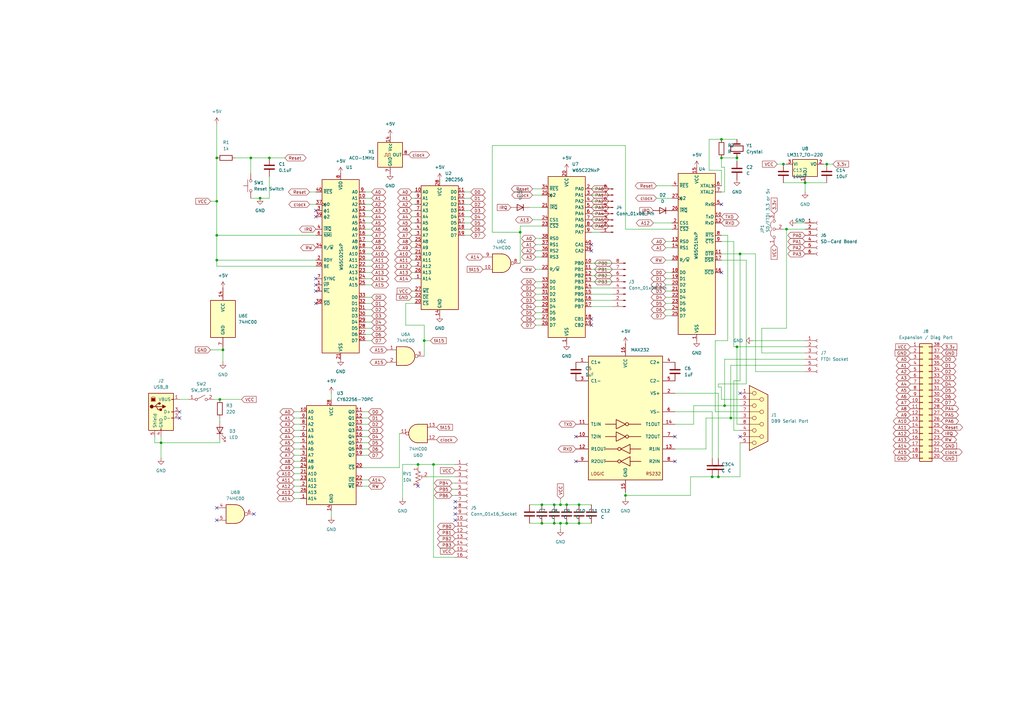
<source format=kicad_sch>
(kicad_sch (version 20231120) (generator "eeschema") (generator_version "8.0")
  (paper "A3")
  (lib_symbols
    (symbol "6502:W65C02SxP"
      (property "Reference" "U" (at 2.54 40.64 0))
      (property "Value" "W65C02SxP" (at 2.54 38.1 0))
      (symbol "W65C02SxP_1_1"
        (pin output line (at -10.16 -7.62 0) (length 2.54) (name "~{VP}") (number "1"))
        (pin tri_state line (at 10.16 27.94 180) (length 2.54) (name "A1") (number "10"))
        (pin tri_state line (at 10.16 25.4 180) (length 2.54) (name "A2") (number "11"))
        (pin tri_state line (at 10.16 22.86 180) (length 2.54) (name "A3") (number "12"))
        (pin tri_state line (at 10.16 20.32 180) (length 2.54) (name "A4") (number "13"))
        (pin tri_state line (at 10.16 17.78 180) (length 2.54) (name "A5") (number "14"))
        (pin tri_state line (at 10.16 15.24 180) (length 2.54) (name "A6") (number "15"))
        (pin tri_state line (at 10.16 12.7 180) (length 2.54) (name "A7") (number "16"))
        (pin tri_state line (at 10.16 10.16 180) (length 2.54) (name "A8") (number "17"))
        (pin tri_state line (at 10.16 7.62 180) (length 2.54) (name "A9") (number "18"))
        (pin tri_state line (at 10.16 5.08 180) (length 2.54) (name "A10") (number "19"))
        (pin open_collector line (at -10.16 2.54 0) (length 2.54) (name "RDY") (number "2"))
        (pin tri_state line (at 10.16 2.54 180) (length 2.54) (name "A11") (number "20"))
        (pin power_in line (at 0 -38.1 90) (length 2.54) (name "VSS") (number "21"))
        (pin tri_state line (at 10.16 0 180) (length 2.54) (name "A12") (number "22"))
        (pin tri_state line (at 10.16 -2.54 180) (length 2.54) (name "A13") (number "23"))
        (pin tri_state line (at 10.16 -5.08 180) (length 2.54) (name "A14") (number "24"))
        (pin tri_state line (at 10.16 -7.62 180) (length 2.54) (name "A15") (number "25"))
        (pin bidirectional line (at 10.16 -30.48 180) (length 2.54) (name "D7") (number "26"))
        (pin bidirectional line (at 10.16 -27.94 180) (length 2.54) (name "D6") (number "27"))
        (pin bidirectional line (at 10.16 -25.4 180) (length 2.54) (name "D5") (number "28"))
        (pin bidirectional line (at 10.16 -22.86 180) (length 2.54) (name "D4") (number "29"))
        (pin output line (at -10.16 22.86 0) (length 2.54) (name "ϕ1") (number "3"))
        (pin bidirectional line (at 10.16 -20.32 180) (length 2.54) (name "D3") (number "30"))
        (pin bidirectional line (at 10.16 -17.78 180) (length 2.54) (name "D2") (number "31"))
        (pin bidirectional line (at 10.16 -15.24 180) (length 2.54) (name "D1") (number "32"))
        (pin bidirectional line (at 10.16 -12.7 180) (length 2.54) (name "D0") (number "33"))
        (pin tri_state line (at -10.16 7.62 0) (length 2.54) (name "R/~{W}") (number "34"))
        (pin no_connect non_logic (at -7.62 -30.48 0) (length 2.54) hide (name "nc") (number "35"))
        (pin input line (at -10.16 0 0) (length 2.54) (name "BE") (number "36"))
        (pin input clock (at -10.16 25.4 0) (length 2.54) (name "ϕ0") (number "37"))
        (pin input line (at -10.16 -15.24 0) (length 2.54) (name "~{SO}") (number "38"))
        (pin output line (at -10.16 20.32 0) (length 2.54) (name "ϕ2") (number "39"))
        (pin input line (at -10.16 15.24 0) (length 2.54) (name "~{IRQ}") (number "4"))
        (pin input line (at -10.16 30.48 0) (length 2.54) (name "~{RES}") (number "40"))
        (pin output line (at -10.16 -10.16 0) (length 2.54) (name "~{ML}") (number "5"))
        (pin input line (at -10.16 12.7 0) (length 2.54) (name "~{NMI}") (number "6"))
        (pin output line (at -10.16 -5.08 0) (length 2.54) (name "SYNC") (number "7"))
        (pin power_in line (at 0 38.1 270) (length 2.54) (name "VDD") (number "8"))
        (pin tri_state line (at 10.16 30.48 180) (length 2.54) (name "A0") (number "9"))
      )
    )
    (symbol "6502:W65C22NxP"
      (property "Reference" "U" (at 2.54 38.1 0))
      (property "Value" "W65C22NxP" (at 2.54 35.56 0))
      (symbol "W65C22NxP_1_1"
        (pin power_in line (at 0 -35.56 90) (length 2.54) (name "VSS") (number "1"))
        (pin bidirectional line (at 10.16 -2.54 180) (length 2.54) (name "PB0") (number "10"))
        (pin bidirectional line (at 10.16 -5.08 180) (length 2.54) (name "PB1") (number "11"))
        (pin bidirectional line (at 10.16 -7.62 180) (length 2.54) (name "PB2") (number "12"))
        (pin bidirectional line (at 10.16 -10.16 180) (length 2.54) (name "PB3") (number "13"))
        (pin bidirectional line (at 10.16 -12.7 180) (length 2.54) (name "PB4") (number "14"))
        (pin bidirectional line (at 10.16 -15.24 180) (length 2.54) (name "PB5") (number "15"))
        (pin bidirectional line (at 10.16 -17.78 180) (length 2.54) (name "PB6") (number "16"))
        (pin bidirectional line (at 10.16 -20.32 180) (length 2.54) (name "PB7") (number "17"))
        (pin input line (at 10.16 -25.4 180) (length 2.54) (name "CB1") (number "18"))
        (pin bidirectional line (at 10.16 -27.94 180) (length 2.54) (name "CB2") (number "19"))
        (pin bidirectional line (at 10.16 27.94 180) (length 2.54) (name "PA0") (number "2"))
        (pin power_in line (at 0 35.56 270) (length 2.54) (name "VCC") (number "20"))
        (pin open_collector line (at -10.16 20.32 0) (length 2.54) (name "~{IRQ}") (number "21"))
        (pin input line (at -10.16 -5.08 0) (length 2.54) (name "R/~{W}") (number "22"))
        (pin input line (at -10.16 12.7 0) (length 2.54) (name "~{CS2}") (number "23"))
        (pin input line (at -10.16 15.24 0) (length 2.54) (name "CS1") (number "24"))
        (pin input clock (at -10.16 25.4 0) (length 2.54) (name "ϕ2") (number "25"))
        (pin bidirectional line (at -10.16 -27.94 0) (length 2.54) (name "D7") (number "26"))
        (pin bidirectional line (at -10.16 -25.4 0) (length 2.54) (name "D6") (number "27"))
        (pin bidirectional line (at -10.16 -22.86 0) (length 2.54) (name "D5") (number "28"))
        (pin bidirectional line (at -10.16 -20.32 0) (length 2.54) (name "D4") (number "29"))
        (pin bidirectional line (at 10.16 25.4 180) (length 2.54) (name "PA1") (number "3"))
        (pin bidirectional line (at -10.16 -17.78 0) (length 2.54) (name "D3") (number "30"))
        (pin bidirectional line (at -10.16 -15.24 0) (length 2.54) (name "D2") (number "31"))
        (pin bidirectional line (at -10.16 -12.7 0) (length 2.54) (name "D1") (number "32"))
        (pin bidirectional line (at -10.16 -10.16 0) (length 2.54) (name "D0") (number "33"))
        (pin input line (at -10.16 27.94 0) (length 2.54) (name "~{RES}") (number "34"))
        (pin input line (at -10.16 0 0) (length 2.54) (name "RS3") (number "35"))
        (pin input line (at -10.16 2.54 0) (length 2.54) (name "RS2") (number "36"))
        (pin input line (at -10.16 5.08 0) (length 2.54) (name "RS1") (number "37"))
        (pin input line (at -10.16 7.62 0) (length 2.54) (name "RS0") (number "38"))
        (pin bidirectional line (at 10.16 2.54 180) (length 2.54) (name "CA2") (number "39"))
        (pin bidirectional line (at 10.16 22.86 180) (length 2.54) (name "PA2") (number "4"))
        (pin input line (at 10.16 5.08 180) (length 2.54) (name "CA1") (number "40"))
        (pin bidirectional line (at 10.16 20.32 180) (length 2.54) (name "PA3") (number "5"))
        (pin bidirectional line (at 10.16 17.78 180) (length 2.54) (name "PA4") (number "6"))
        (pin bidirectional line (at 10.16 15.24 180) (length 2.54) (name "PA5") (number "7"))
        (pin bidirectional line (at 10.16 12.7 180) (length 2.54) (name "PA6") (number "8"))
        (pin bidirectional line (at 10.16 10.16 180) (length 2.54) (name "PA7") (number "9"))
      )
    )
    (symbol "6502:W65C51NxP"
      (property "Reference" "U" (at 2.54 38.1 0))
      (property "Value" "W65C51NxP" (at 2.54 35.56 0))
      (symbol "W65C51NxP_1_1"
        (pin power_in line (at 0 -35.56 90) (length 2.54) (name "VSS") (number "1"))
        (pin output line (at 10.16 15.24 180) (length 2.54) (name "TxD") (number "10"))
        (pin output line (at 10.16 0 180) (length 2.54) (name "~{DTR}") (number "11"))
        (pin input line (at 10.16 12.7 180) (length 2.54) (name "RxD") (number "12"))
        (pin input line (at -10.16 5.08 0) (length 2.54) (name "RS0") (number "13"))
        (pin input line (at -10.16 2.54 0) (length 2.54) (name "RS1") (number "14"))
        (pin power_in line (at 0 35.56 270) (length 2.54) (name "VCC") (number "15"))
        (pin input line (at 10.16 -7.62 180) (length 2.54) (name "~{DCD}") (number "16"))
        (pin input line (at 10.16 -2.54 180) (length 2.54) (name "~{DSR}") (number "17"))
        (pin bidirectional line (at -10.16 -7.62 0) (length 2.54) (name "D0") (number "18"))
        (pin bidirectional line (at -10.16 -10.16 0) (length 2.54) (name "D1") (number "19"))
        (pin input line (at -10.16 12.7 0) (length 2.54) (name "CS1") (number "2"))
        (pin bidirectional line (at -10.16 -12.7 0) (length 2.54) (name "D2") (number "20"))
        (pin bidirectional line (at -10.16 -15.24 0) (length 2.54) (name "D3") (number "21"))
        (pin bidirectional line (at -10.16 -17.78 0) (length 2.54) (name "D4") (number "22"))
        (pin bidirectional line (at -10.16 -20.32 0) (length 2.54) (name "D5") (number "23"))
        (pin bidirectional line (at -10.16 -22.86 0) (length 2.54) (name "D6") (number "24"))
        (pin bidirectional line (at -10.16 -25.4 0) (length 2.54) (name "D7") (number "25"))
        (pin open_collector line (at -10.16 17.78 0) (length 2.54) (name "~{IRQ}") (number "26"))
        (pin input clock (at -10.16 22.86 0) (length 2.54) (name "ϕ2") (number "27"))
        (pin input line (at -10.16 -2.54 0) (length 2.54) (name "R/~{W}") (number "28"))
        (pin input line (at -10.16 10.16 0) (length 2.54) (name "~{CS2}") (number "3"))
        (pin input line (at -10.16 27.94 0) (length 2.54) (name "~{RES}") (number "4"))
        (pin bidirectional clock (at 10.16 20.32 180) (length 2.54) (name "RxC") (number "5"))
        (pin input clock (at 10.16 27.94 180) (length 2.54) (name "XTAL1") (number "6"))
        (pin output line (at 10.16 25.4 180) (length 2.54) (name "XTAL2") (number "7"))
        (pin output line (at 10.16 7.62 180) (length 2.54) (name "~{RTS}") (number "8"))
        (pin input line (at 10.16 5.08 180) (length 2.54) (name "~{CTS}") (number "9"))
      )
    )
    (symbol "74xx:74HC00" (pin_names (offset 1.016))
      (property "Reference" "U" (at 0 1.27 0))
      (property "Value" "74HC00" (at 0 -1.27 0))
      (symbol "74HC00_1_1"
        (pin input line (at -7.62 2.54 0) (length 3.81) (name "~") (number "1"))
        (pin input line (at -7.62 -2.54 0) (length 3.81) (name "~") (number "2"))
        (pin output inverted (at 7.62 0 180) (length 3.81) (name "~") (number "3"))
      )
      (symbol "74HC00_1_2"
        (pin input inverted (at -7.62 2.54 0) (length 4.318) (name "~") (number "1"))
        (pin input inverted (at -7.62 -2.54 0) (length 4.318) (name "~") (number "2"))
        (pin output line (at 7.62 0 180) (length 3.81) (name "~") (number "3"))
      )
      (symbol "74HC00_2_1"
        (pin input line (at -7.62 2.54 0) (length 3.81) (name "~") (number "4"))
        (pin input line (at -7.62 -2.54 0) (length 3.81) (name "~") (number "5"))
        (pin output inverted (at 7.62 0 180) (length 3.81) (name "~") (number "6"))
      )
      (symbol "74HC00_2_2"
        (pin input inverted (at -7.62 2.54 0) (length 4.318) (name "~") (number "4"))
        (pin input inverted (at -7.62 -2.54 0) (length 4.318) (name "~") (number "5"))
        (pin output line (at 7.62 0 180) (length 3.81) (name "~") (number "6"))
      )
      (symbol "74HC00_3_1"
        (pin input line (at -7.62 -2.54 0) (length 3.81) (name "~") (number "10"))
        (pin output inverted (at 7.62 0 180) (length 3.81) (name "~") (number "8"))
        (pin input line (at -7.62 2.54 0) (length 3.81) (name "~") (number "9"))
      )
      (symbol "74HC00_3_2"
        (pin input inverted (at -7.62 -2.54 0) (length 4.318) (name "~") (number "10"))
        (pin output line (at 7.62 0 180) (length 3.81) (name "~") (number "8"))
        (pin input inverted (at -7.62 2.54 0) (length 4.318) (name "~") (number "9"))
      )
      (symbol "74HC00_4_1"
        (pin output inverted (at 7.62 0 180) (length 3.81) (name "~") (number "11"))
        (pin input line (at -7.62 2.54 0) (length 3.81) (name "~") (number "12"))
        (pin input line (at -7.62 -2.54 0) (length 3.81) (name "~") (number "13"))
      )
      (symbol "74HC00_4_2"
        (pin output line (at 7.62 0 180) (length 3.81) (name "~") (number "11"))
        (pin input inverted (at -7.62 2.54 0) (length 4.318) (name "~") (number "12"))
        (pin input inverted (at -7.62 -2.54 0) (length 4.318) (name "~") (number "13"))
      )
      (symbol "74HC00_5_0"
        (pin power_in line (at 0 12.7 270) (length 5.08) (name "VCC") (number "14"))
        (pin power_in line (at 0 -12.7 90) (length 5.08) (name "GND") (number "7"))
      )
    )
    (symbol "Connector:Conn_01x06_Socket" (pin_names (offset 1.016) hide)
      (property "Reference" "J" (at 0 7.62 0))
      (property "Value" "Conn_01x06_Socket" (at 0 -10.16 0))
      (symbol "Conn_01x06_Socket_1_1"
        (pin passive line (at -5.08 5.08 0) (length 3.81) (name "Pin_1") (number "1"))
        (pin passive line (at -5.08 2.54 0) (length 3.81) (name "Pin_2") (number "2"))
        (pin passive line (at -5.08 0 0) (length 3.81) (name "Pin_3") (number "3"))
        (pin passive line (at -5.08 -2.54 0) (length 3.81) (name "Pin_4") (number "4"))
        (pin passive line (at -5.08 -5.08 0) (length 3.81) (name "Pin_5") (number "5"))
        (pin passive line (at -5.08 -7.62 0) (length 3.81) (name "Pin_6") (number "6"))
      )
    )
    (symbol "Connector:Conn_01x08_Pin" (pin_names (offset 1.016) hide)
      (property "Reference" "J" (at 0 10.16 0))
      (property "Value" "Conn_01x08_Pin" (at 0 -12.7 0))
      (symbol "Conn_01x08_Pin_1_1"
        (pin passive line (at 5.08 7.62 180) (length 3.81) (name "Pin_1") (number "1"))
        (pin passive line (at 5.08 5.08 180) (length 3.81) (name "Pin_2") (number "2"))
        (pin passive line (at 5.08 2.54 180) (length 3.81) (name "Pin_3") (number "3"))
        (pin passive line (at 5.08 0 180) (length 3.81) (name "Pin_4") (number "4"))
        (pin passive line (at 5.08 -2.54 180) (length 3.81) (name "Pin_5") (number "5"))
        (pin passive line (at 5.08 -5.08 180) (length 3.81) (name "Pin_6") (number "6"))
        (pin passive line (at 5.08 -7.62 180) (length 3.81) (name "Pin_7") (number "7"))
        (pin passive line (at 5.08 -10.16 180) (length 3.81) (name "Pin_8") (number "8"))
      )
    )
    (symbol "Connector:Conn_01x16_Socket" (pin_names (offset 1.016) hide)
      (property "Reference" "J" (at 0 20.32 0))
      (property "Value" "Conn_01x16_Socket" (at 0 -22.86 0))
      (symbol "Conn_01x16_Socket_1_1"
        (pin passive line (at -5.08 17.78 0) (length 3.81) (name "Pin_1") (number "1"))
        (pin passive line (at -5.08 -5.08 0) (length 3.81) (name "Pin_10") (number "10"))
        (pin passive line (at -5.08 -7.62 0) (length 3.81) (name "Pin_11") (number "11"))
        (pin passive line (at -5.08 -10.16 0) (length 3.81) (name "Pin_12") (number "12"))
        (pin passive line (at -5.08 -12.7 0) (length 3.81) (name "Pin_13") (number "13"))
        (pin passive line (at -5.08 -15.24 0) (length 3.81) (name "Pin_14") (number "14"))
        (pin passive line (at -5.08 -17.78 0) (length 3.81) (name "Pin_15") (number "15"))
        (pin passive line (at -5.08 -20.32 0) (length 3.81) (name "Pin_16") (number "16"))
        (pin passive line (at -5.08 15.24 0) (length 3.81) (name "Pin_2") (number "2"))
        (pin passive line (at -5.08 12.7 0) (length 3.81) (name "Pin_3") (number "3"))
        (pin passive line (at -5.08 10.16 0) (length 3.81) (name "Pin_4") (number "4"))
        (pin passive line (at -5.08 7.62 0) (length 3.81) (name "Pin_5") (number "5"))
        (pin passive line (at -5.08 5.08 0) (length 3.81) (name "Pin_6") (number "6"))
        (pin passive line (at -5.08 2.54 0) (length 3.81) (name "Pin_7") (number "7"))
        (pin passive line (at -5.08 0 0) (length 3.81) (name "Pin_8") (number "8"))
        (pin passive line (at -5.08 -2.54 0) (length 3.81) (name "Pin_9") (number "9"))
      )
    )
    (symbol "Connector:DE9_Receptacle" (pin_names (offset 1.016) hide)
      (property "Reference" "J" (at 0 13.97 0))
      (property "Value" "DE9_Receptacle" (at 0 -14.605 0))
      (symbol "DE9_Receptacle_1_1"
        (pin passive line (at -7.62 10.16 0) (length 3.81) (name "1") (number "1"))
        (pin passive line (at -7.62 5.08 0) (length 3.81) (name "2") (number "2"))
        (pin passive line (at -7.62 0 0) (length 3.81) (name "3") (number "3"))
        (pin passive line (at -7.62 -5.08 0) (length 3.81) (name "4") (number "4"))
        (pin passive line (at -7.62 -10.16 0) (length 3.81) (name "5") (number "5"))
        (pin passive line (at -7.62 7.62 0) (length 3.81) (name "6") (number "6"))
        (pin passive line (at -7.62 2.54 0) (length 3.81) (name "7") (number "7"))
        (pin passive line (at -7.62 -2.54 0) (length 3.81) (name "8") (number "8"))
        (pin passive line (at -7.62 -7.62 0) (length 3.81) (name "9") (number "9"))
      )
    )
    (symbol "Connector:USB_B" (pin_names (offset 1.016))
      (property "Reference" "J" (at -5.08 11.43 0))
      (property "Value" "USB_B" (at -5.08 8.89 0))
      (symbol "USB_B_1_1"
        (pin power_out line (at 7.62 5.08 180) (length 2.54) (name "VBUS") (number "1"))
        (pin bidirectional line (at 7.62 -2.54 180) (length 2.54) (name "D-") (number "2"))
        (pin bidirectional line (at 7.62 0 180) (length 2.54) (name "D+") (number "3"))
        (pin power_out line (at 0 -10.16 90) (length 2.54) (name "GND") (number "4"))
        (pin passive line (at -2.54 -10.16 90) (length 2.54) (name "Shield") (number "5"))
      )
    )
    (symbol "Connector_Generic:Conn_02x19_Counter_Clockwise" (pin_names (offset 1.016) hide)
      (property "Reference" "J" (at 1.27 25.4 0))
      (property "Value" "Conn_02x19_Counter_Clockwise" (at 1.27 -25.4 0))
      (symbol "Conn_02x19_Counter_Clockwise_1_1"
        (pin passive line (at -5.08 22.86 0) (length 3.81) (name "Pin_1") (number "1"))
        (pin passive line (at -5.08 0 0) (length 3.81) (name "Pin_10") (number "10"))
        (pin passive line (at -5.08 -2.54 0) (length 3.81) (name "Pin_11") (number "11"))
        (pin passive line (at -5.08 -5.08 0) (length 3.81) (name "Pin_12") (number "12"))
        (pin passive line (at -5.08 -7.62 0) (length 3.81) (name "Pin_13") (number "13"))
        (pin passive line (at -5.08 -10.16 0) (length 3.81) (name "Pin_14") (number "14"))
        (pin passive line (at -5.08 -12.7 0) (length 3.81) (name "Pin_15") (number "15"))
        (pin passive line (at -5.08 -15.24 0) (length 3.81) (name "Pin_16") (number "16"))
        (pin passive line (at -5.08 -17.78 0) (length 3.81) (name "Pin_17") (number "17"))
        (pin passive line (at -5.08 -20.32 0) (length 3.81) (name "Pin_18") (number "18"))
        (pin passive line (at -5.08 -22.86 0) (length 3.81) (name "Pin_19") (number "19"))
        (pin passive line (at -5.08 20.32 0) (length 3.81) (name "Pin_2") (number "2"))
        (pin passive line (at 7.62 -22.86 180) (length 3.81) (name "Pin_20") (number "20"))
        (pin passive line (at 7.62 -20.32 180) (length 3.81) (name "Pin_21") (number "21"))
        (pin passive line (at 7.62 -17.78 180) (length 3.81) (name "Pin_22") (number "22"))
        (pin passive line (at 7.62 -15.24 180) (length 3.81) (name "Pin_23") (number "23"))
        (pin passive line (at 7.62 -12.7 180) (length 3.81) (name "Pin_24") (number "24"))
        (pin passive line (at 7.62 -10.16 180) (length 3.81) (name "Pin_25") (number "25"))
        (pin passive line (at 7.62 -7.62 180) (length 3.81) (name "Pin_26") (number "26"))
        (pin passive line (at 7.62 -5.08 180) (length 3.81) (name "Pin_27") (number "27"))
        (pin passive line (at 7.62 -2.54 180) (length 3.81) (name "Pin_28") (number "28"))
        (pin passive line (at 7.62 0 180) (length 3.81) (name "Pin_29") (number "29"))
        (pin passive line (at -5.08 17.78 0) (length 3.81) (name "Pin_3") (number "3"))
        (pin passive line (at 7.62 2.54 180) (length 3.81) (name "Pin_30") (number "30"))
        (pin passive line (at 7.62 5.08 180) (length 3.81) (name "Pin_31") (number "31"))
        (pin passive line (at 7.62 7.62 180) (length 3.81) (name "Pin_32") (number "32"))
        (pin passive line (at 7.62 10.16 180) (length 3.81) (name "Pin_33") (number "33"))
        (pin passive line (at 7.62 12.7 180) (length 3.81) (name "Pin_34") (number "34"))
        (pin passive line (at 7.62 15.24 180) (length 3.81) (name "Pin_35") (number "35"))
        (pin passive line (at 7.62 17.78 180) (length 3.81) (name "Pin_36") (number "36"))
        (pin passive line (at 7.62 20.32 180) (length 3.81) (name "Pin_37") (number "37"))
        (pin passive line (at 7.62 22.86 180) (length 3.81) (name "Pin_38") (number "38"))
        (pin passive line (at -5.08 15.24 0) (length 3.81) (name "Pin_4") (number "4"))
        (pin passive line (at -5.08 12.7 0) (length 3.81) (name "Pin_5") (number "5"))
        (pin passive line (at -5.08 10.16 0) (length 3.81) (name "Pin_6") (number "6"))
        (pin passive line (at -5.08 7.62 0) (length 3.81) (name "Pin_7") (number "7"))
        (pin passive line (at -5.08 5.08 0) (length 3.81) (name "Pin_8") (number "8"))
        (pin passive line (at -5.08 2.54 0) (length 3.81) (name "Pin_9") (number "9"))
      )
    )
    (symbol "Device:C" (pin_numbers hide) (pin_names (offset 0.254))
      (property "Reference" "C" (at 0.635 2.54 0))
      (property "Value" "C" (at 0.635 -2.54 0))
      (symbol "C_1_1"
        (pin passive line (at 0 3.81 270) (length 2.794) (name "~") (number "1"))
        (pin passive line (at 0 -3.81 90) (length 2.794) (name "~") (number "2"))
      )
    )
    (symbol "Device:Crystal" (pin_numbers hide) (pin_names (offset 1.016) hide)
      (property "Reference" "Y" (at 0 3.81 0))
      (property "Value" "Crystal" (at 0 -3.81 0))
      (symbol "Crystal_1_1"
        (pin passive line (at -3.81 0 0) (length 1.27) (name "1") (number "1"))
        (pin passive line (at 3.81 0 180) (length 1.27) (name "2") (number "2"))
      )
    )
    (symbol "Device:D" (pin_numbers hide) (pin_names (offset 1.016) hide)
      (property "Reference" "D" (at 0 2.54 0))
      (property "Value" "D" (at 0 -2.54 0))
      (symbol "D_1_1"
        (pin passive line (at -3.81 0 0) (length 2.54) (name "K") (number "1"))
        (pin passive line (at 3.81 0 180) (length 2.54) (name "A") (number "2"))
      )
    )
    (symbol "Device:LED" (pin_numbers hide) (pin_names (offset 1.016) hide)
      (property "Reference" "D" (at 0 2.54 0))
      (property "Value" "LED" (at 0 -2.54 0))
      (symbol "LED_1_1"
        (pin passive line (at -3.81 0 0) (length 2.54) (name "K") (number "1"))
        (pin passive line (at 3.81 0 180) (length 2.54) (name "A") (number "2"))
      )
    )
    (symbol "Device:R" (pin_numbers hide) (pin_names (offset 0))
      (property "Reference" "R" (at 2.032 0 90))
      (property "Value" "R" (at 0 0 90))
      (symbol "R_1_1"
        (pin passive line (at 0 3.81 270) (length 1.27) (name "~") (number "1"))
        (pin passive line (at 0 -3.81 90) (length 1.27) (name "~") (number "2"))
      )
    )
    (symbol "Device:R_Potentiometer_Trim_US" (pin_names (offset 1.016) hide)
      (property "Reference" "RV" (at -4.445 0 90))
      (property "Value" "R_Potentiometer_Trim_US" (at -2.54 0 90))
      (symbol "R_Potentiometer_Trim_US_1_1"
        (pin passive line (at 0 3.81 270) (length 1.27) (name "1") (number "1"))
        (pin passive line (at 3.81 0 180) (length 1.27) (name "2") (number "2"))
        (pin passive line (at 0 -3.81 90) (length 1.27) (name "3") (number "3"))
      )
    )
    (symbol "Interface_UART:MAX232" (pin_names (offset 1.016))
      (property "Reference" "U" (at -2.54 28.575 0))
      (property "Value" "MAX232" (at -2.54 26.67 0))
      (symbol "MAX232_0_0"
        (text "LOGIC" (at -11.43 -22.86 0) (effects (font (size 1.27 1.27))))
        (text "RS232" (at 11.43 -22.86 0) (effects (font (size 1.27 1.27))))
      )
      (symbol "MAX232_1_1"
        (pin passive line (at -20.32 22.86 0) (length 5.08) (name "C1+") (number "1"))
        (pin input line (at -20.32 -7.62 0) (length 5.08) (name "T2IN") (number "10"))
        (pin input line (at -20.32 -2.54 0) (length 5.08) (name "T1IN") (number "11"))
        (pin output line (at -20.32 -12.7 0) (length 5.08) (name "R1OUT") (number "12"))
        (pin input line (at 20.32 -12.7 180) (length 5.08) (name "R1IN") (number "13"))
        (pin output line (at 20.32 -2.54 180) (length 5.08) (name "T1OUT") (number "14"))
        (pin power_in line (at 0 -30.48 90) (length 5.08) (name "GND") (number "15"))
        (pin power_in line (at 0 30.48 270) (length 5.08) (name "VCC") (number "16"))
        (pin power_out line (at 20.32 10.16 180) (length 5.08) (name "VS+") (number "2"))
        (pin passive line (at -20.32 15.24 0) (length 5.08) (name "C1-") (number "3"))
        (pin passive line (at 20.32 22.86 180) (length 5.08) (name "C2+") (number "4"))
        (pin passive line (at 20.32 15.24 180) (length 5.08) (name "C2-") (number "5"))
        (pin power_out line (at 20.32 2.54 180) (length 5.08) (name "VS-") (number "6"))
        (pin output line (at 20.32 -7.62 180) (length 5.08) (name "T2OUT") (number "7"))
        (pin input line (at 20.32 -17.78 180) (length 5.08) (name "R2IN") (number "8"))
        (pin output line (at -20.32 -17.78 0) (length 5.08) (name "R2OUT") (number "9"))
      )
    )
    (symbol "Jumper:Jumper_3_Open" (pin_names (offset 0) hide) (exclude_from_sim yes) (in_bom no)
      (property "Reference" "JP" (at -2.54 -2.54 0))
      (property "Value" "Jumper_3_Open" (at 0 2.794 0))
      (symbol "Jumper_3_Open_1_1"
        (pin passive line (at -6.35 0 0) (length 2.54) (name "A") (number "1"))
        (pin passive line (at 0 -3.81 90) (length 2.54) (name "C") (number "2"))
        (pin passive line (at 6.35 0 180) (length 2.54) (name "B") (number "3"))
      )
    )
    (symbol "Memory_EEPROM:28C256"
      (property "Reference" "U" (at -7.62 26.67 0))
      (property "Value" "28C256" (at 2.54 -26.67 0))
      (symbol "28C256_1_1"
        (pin input line (at -10.16 -12.7 0) (length 2.54) (name "A14") (number "1"))
        (pin input line (at -10.16 22.86 0) (length 2.54) (name "A0") (number "10"))
        (pin tri_state line (at 10.16 22.86 180) (length 2.54) (name "D0") (number "11"))
        (pin tri_state line (at 10.16 20.32 180) (length 2.54) (name "D1") (number "12"))
        (pin tri_state line (at 10.16 17.78 180) (length 2.54) (name "D2") (number "13"))
        (pin power_in line (at 0 -27.94 90) (length 2.54) (name "GND") (number "14"))
        (pin tri_state line (at 10.16 15.24 180) (length 2.54) (name "D3") (number "15"))
        (pin tri_state line (at 10.16 12.7 180) (length 2.54) (name "D4") (number "16"))
        (pin tri_state line (at 10.16 10.16 180) (length 2.54) (name "D5") (number "17"))
        (pin tri_state line (at 10.16 7.62 180) (length 2.54) (name "D6") (number "18"))
        (pin tri_state line (at 10.16 5.08 180) (length 2.54) (name "D7") (number "19"))
        (pin input line (at -10.16 -7.62 0) (length 2.54) (name "A12") (number "2"))
        (pin input line (at -10.16 -22.86 0) (length 2.54) (name "~{CS}") (number "20"))
        (pin input line (at -10.16 -2.54 0) (length 2.54) (name "A10") (number "21"))
        (pin input line (at -10.16 -20.32 0) (length 2.54) (name "~{OE}") (number "22"))
        (pin input line (at -10.16 -5.08 0) (length 2.54) (name "A11") (number "23"))
        (pin input line (at -10.16 0 0) (length 2.54) (name "A9") (number "24"))
        (pin input line (at -10.16 2.54 0) (length 2.54) (name "A8") (number "25"))
        (pin input line (at -10.16 -10.16 0) (length 2.54) (name "A13") (number "26"))
        (pin input line (at -10.16 -17.78 0) (length 2.54) (name "~{WE}") (number "27"))
        (pin power_in line (at 0 27.94 270) (length 2.54) (name "VCC") (number "28"))
        (pin input line (at -10.16 5.08 0) (length 2.54) (name "A7") (number "3"))
        (pin input line (at -10.16 7.62 0) (length 2.54) (name "A6") (number "4"))
        (pin input line (at -10.16 10.16 0) (length 2.54) (name "A5") (number "5"))
        (pin input line (at -10.16 12.7 0) (length 2.54) (name "A4") (number "6"))
        (pin input line (at -10.16 15.24 0) (length 2.54) (name "A3") (number "7"))
        (pin input line (at -10.16 17.78 0) (length 2.54) (name "A2") (number "8"))
        (pin input line (at -10.16 20.32 0) (length 2.54) (name "A1") (number "9"))
      )
    )
    (symbol "Memory_RAM:CY62256-70PC"
      (property "Reference" "U" (at -10.16 20.955 0))
      (property "Value" "CY62256-70PC" (at 2.54 20.955 0))
      (symbol "CY62256-70PC_0_0"
        (pin power_in line (at 0 -22.86 90) (length 2.54) (name "GND") (number "14"))
        (pin power_in line (at 0 22.86 270) (length 2.54) (name "VCC") (number "28"))
      )
      (symbol "CY62256-70PC_1_1"
        (pin input line (at -12.7 -17.78 0) (length 2.54) (name "A14") (number "1"))
        (pin input line (at -12.7 17.78 0) (length 2.54) (name "A0") (number "10"))
        (pin tri_state line (at 12.7 17.78 180) (length 2.54) (name "Q0") (number "11"))
        (pin tri_state line (at 12.7 15.24 180) (length 2.54) (name "Q1") (number "12"))
        (pin tri_state line (at 12.7 12.7 180) (length 2.54) (name "Q2") (number "13"))
        (pin tri_state line (at 12.7 10.16 180) (length 2.54) (name "Q3") (number "15"))
        (pin tri_state line (at 12.7 7.62 180) (length 2.54) (name "Q4") (number "16"))
        (pin tri_state line (at 12.7 5.08 180) (length 2.54) (name "Q5") (number "17"))
        (pin tri_state line (at 12.7 2.54 180) (length 2.54) (name "Q6") (number "18"))
        (pin tri_state line (at 12.7 0 180) (length 2.54) (name "Q7") (number "19"))
        (pin input line (at -12.7 -12.7 0) (length 2.54) (name "A12") (number "2"))
        (pin input line (at 12.7 -5.08 180) (length 2.54) (name "~{CS}") (number "20"))
        (pin input line (at -12.7 -7.62 0) (length 2.54) (name "A10") (number "21"))
        (pin input line (at 12.7 -10.16 180) (length 2.54) (name "~{OE}") (number "22"))
        (pin input line (at -12.7 -10.16 0) (length 2.54) (name "A11") (number "23"))
        (pin input line (at -12.7 -5.08 0) (length 2.54) (name "A9") (number "24"))
        (pin input line (at -12.7 -2.54 0) (length 2.54) (name "A8") (number "25"))
        (pin input line (at -12.7 -15.24 0) (length 2.54) (name "A13") (number "26"))
        (pin input line (at 12.7 -12.7 180) (length 2.54) (name "~{WE}") (number "27"))
        (pin input line (at -12.7 0 0) (length 2.54) (name "A7") (number "3"))
        (pin input line (at -12.7 2.54 0) (length 2.54) (name "A6") (number "4"))
        (pin input line (at -12.7 5.08 0) (length 2.54) (name "A5") (number "5"))
        (pin input line (at -12.7 7.62 0) (length 2.54) (name "A4") (number "6"))
        (pin input line (at -12.7 10.16 0) (length 2.54) (name "A3") (number "7"))
        (pin input line (at -12.7 12.7 0) (length 2.54) (name "A2") (number "8"))
        (pin input line (at -12.7 15.24 0) (length 2.54) (name "A1") (number "9"))
      )
    )
    (symbol "Oscillator:ACO-xxxMHz" (pin_names (offset 0.254))
      (property "Reference" "X" (at -5.08 6.35 0))
      (property "Value" "ACO-xxxMHz" (at 1.27 -6.35 0))
      (symbol "ACO-xxxMHz_1_1"
        (pin no_connect line (at -5.08 2.54 0) (length 2.54) hide (name "NC") (number "1"))
        (pin power_in line (at 0 7.62 270) (length 2.54) (name "Vcc") (number "14"))
        (pin power_in line (at 0 -7.62 90) (length 2.54) (name "GND") (number "7"))
        (pin output line (at 7.62 0 180) (length 2.54) (name "OUT") (number "8"))
      )
    )
    (symbol "Regulator_Linear:LM317_TO-220" (pin_names (offset 0.254))
      (property "Reference" "U" (at -3.81 3.175 0))
      (property "Value" "LM317_TO-220" (at 0 3.175 0))
      (symbol "LM317_TO-220_1_1"
        (pin input line (at 0 -7.62 90) (length 2.54) (name "ADJ") (number "1"))
        (pin power_out line (at 7.62 0 180) (length 2.54) (name "VO") (number "2"))
        (pin power_in line (at -7.62 0 0) (length 2.54) (name "VI") (number "3"))
      )
    )
    (symbol "Switch:SW_Push" (pin_numbers hide) (pin_names (offset 1.016) hide)
      (property "Reference" "SW" (at 1.27 2.54 0))
      (property "Value" "SW_Push" (at 0 -1.524 0))
      (symbol "SW_Push_0_1"
        (pin passive line (at -5.08 0 0) (length 2.54) (name "1") (number "1"))
        (pin passive line (at 5.08 0 180) (length 2.54) (name "2") (number "2"))
      )
    )
    (symbol "Switch:SW_SPST" (pin_names (offset 0) hide)
      (property "Reference" "SW" (at 0 3.175 0))
      (property "Value" "SW_SPST" (at 0 -2.54 0))
      (symbol "SW_SPST_1_1"
        (pin passive line (at -5.08 0 0) (length 2.54) (name "A") (number "1"))
        (pin passive line (at 5.08 0 180) (length 2.54) (name "B") (number "2"))
      )
    )
    (symbol "power:+5V" (power) (pin_numbers hide) (pin_names (offset 0) hide)
      (property "Value" "+5V" (at 0 3.556 0))
      (symbol "+5V_1_1"
        (pin power_in line (at 0 0 90) (length 0) (name "~") (number "1"))
      )
    )
    (symbol "power:GND" (power) (pin_numbers hide) (pin_names (offset 0) hide)
      (property "Value" "GND" (at 0 -3.81 0))
      (symbol "GND_1_1"
        (pin power_in line (at 0 0 270) (length 0) (name "~") (number "1"))
      )
    )
  )
  (junction (at 88.9 96.52))
  (junction (at 227.33 214.63))
  (junction (at 232.41 207.01))
  (junction (at 303.53 104.14))
  (junction (at 177.8 190.5))
  (junction (at 232.41 214.63))
  (junction (at 321.31 67.31))
  (junction (at 222.25 214.63))
  (junction (at 88.9 106.68))
  (junction (at 91.44 143.51))
  (junction (at 227.33 207.01))
  (junction (at 88.9 64.77))
  (junction (at 294.64 195.58))
  (junction (at 302.26 64.77))
  (junction (at 295.91 57.15))
  (junction (at 322.58 93.98))
  (junction (at 295.91 64.77))
  (junction (at 237.49 214.63))
  (junction (at 66.04 181.61))
  (junction (at 302.26 142.24))
  (junction (at 90.17 163.83))
  (junction (at 256.54 203.2))
  (junction (at 299.72 171.45))
  (junction (at 88.9 82.55))
  (junction (at 292.1 195.58))
  (junction (at 110.49 64.77))
  (junction (at 297.18 166.37))
  (junction (at 330.2 74.93))
  (junction (at 229.87 214.63))
  (junction (at 106.68 81.28))
  (junction (at 339.09 67.31))
  (junction (at 229.87 207.01))
  (junction (at 237.49 207.01))
  (junction (at 171.45 190.5))
  (junction (at 102.87 64.77))
  (junction (at 173.99 139.7))
  (junction (at 222.25 207.01))
  (junction (at 213.36 95.25))
  (no_connect (at 73.66 171.45))
  (no_connect (at 88.9 213.36))
  (no_connect (at 186.69 210.82))
  (no_connect (at 73.66 168.91))
  (no_connect (at 129.54 124.46))
  (no_connect (at 129.54 114.3))
  (no_connect (at 186.69 213.36))
  (no_connect (at 276.86 179.07))
  (no_connect (at 276.86 189.23))
  (no_connect (at 242.57 133.35))
  (no_connect (at 129.54 116.84))
  (no_connect (at 88.9 208.28))
  (no_connect (at 129.54 86.36))
  (no_connect (at 171.45 199.39))
  (no_connect (at 186.69 208.28))
  (no_connect (at 129.54 119.38))
  (no_connect (at 242.57 130.81))
  (no_connect (at 236.22 189.23))
  (no_connect (at 242.57 100.33))
  (no_connect (at 303.53 179.07))
  (no_connect (at 295.91 83.82))
  (no_connect (at 303.53 161.29))
  (no_connect (at 104.14 210.82))
  (no_connect (at 129.54 88.9))
  (no_connect (at 236.22 179.07))
  (no_connect (at 242.57 102.87))
  (no_connect (at 186.69 205.74))
  (no_connect (at 295.91 111.76))
  (wire (pts (xy 168.91 111.76) (xy 170.18 111.76)))
  (wire (pts (xy 218.44 80.01) (xy 222.25 80.01)))
  (wire (pts (xy 148.59 184.15) (xy 151.13 184.15)))
  (wire (pts (xy 120.65 168.91) (xy 123.19 168.91)))
  (wire (pts (xy 309.88 152.4) (xy 330.2 152.4)))
  (wire (pts (xy 295.91 68.58) (xy 297.18 68.58)))
  (wire (pts (xy 217.17 207.01) (xy 222.25 207.01)))
  (wire (pts (xy 339.09 67.31) (xy 341.63 67.31)))
  (wire (pts (xy 222.25 92.71) (xy 213.36 92.71)))
  (wire (pts (xy 149.86 99.06) (xy 152.4 99.06)))
  (wire (pts (xy 246.38 80.01) (xy 242.57 80.01)))
  (wire (pts (xy 149.86 78.74) (xy 152.4 78.74)))
  (wire (pts (xy 120.65 186.69) (xy 123.19 186.69)))
  (wire (pts (xy 298.45 96.52) (xy 295.91 96.52)))
  (wire (pts (xy 246.38 82.55) (xy 242.57 82.55)))
  (wire (pts (xy 273.05 111.76) (xy 275.59 111.76)))
  (wire (pts (xy 168.91 121.92) (xy 170.18 121.92)))
  (wire (pts (xy 295.91 57.15) (xy 302.26 57.15)))
  (wire (pts (xy 213.36 92.71) (xy 213.36 95.25)))
  (wire (pts (xy 201.93 59.69) (xy 256.54 59.69)))
  (wire (pts (xy 149.86 111.76) (xy 152.4 111.76)))
  (wire (pts (xy 276.86 161.29) (xy 294.64 161.29)))
  (wire (pts (xy 337.82 67.31) (xy 339.09 67.31)))
  (wire (pts (xy 219.71 97.79) (xy 222.25 97.79)))
  (wire (pts (xy 297.18 166.37) (xy 303.53 166.37)))
  (wire (pts (xy 267.97 91.44) (xy 275.59 91.44)))
  (wire (pts (xy 246.38 77.47) (xy 242.57 77.47)))
  (wire (pts (xy 120.65 189.23) (xy 123.19 189.23)))
  (wire (pts (xy 251.46 113.03) (xy 242.57 113.03)))
  (wire (pts (xy 251.46 110.49) (xy 242.57 110.49)))
  (wire (pts (xy 110.49 64.77) (xy 116.84 64.77)))
  (wire (pts (xy 185.42 200.66) (xy 186.69 200.66)))
  (wire (pts (xy 120.65 176.53) (xy 123.19 176.53)))
  (wire (pts (xy 306.07 157.48) (xy 294.64 157.48)))
  (wire (pts (xy 246.38 85.09) (xy 242.57 85.09)))
  (wire (pts (xy 294.64 161.29) (xy 294.64 187.96)))
  (wire (pts (xy 173.99 133.35) (xy 173.99 139.7)))
  (wire (pts (xy 127 78.74) (xy 129.54 78.74)))
  (wire (pts (xy 246.38 87.63) (xy 242.57 87.63)))
  (wire (pts (xy 102.87 81.28) (xy 106.68 81.28)))
  (wire (pts (xy 190.5 78.74) (xy 193.04 78.74)))
  (wire (pts (xy 219.71 125.73) (xy 222.25 125.73)))
  (wire (pts (xy 168.91 99.06) (xy 170.18 99.06)))
  (wire (pts (xy 168.91 104.14) (xy 170.18 104.14)))
  (wire (pts (xy 127 83.82) (xy 129.54 83.82)))
  (wire (pts (xy 148.59 171.45) (xy 151.13 171.45)))
  (wire (pts (xy 219.71 120.65) (xy 222.25 120.65)))
  (wire (pts (xy 273.05 124.46) (xy 275.59 124.46)))
  (wire (pts (xy 229.87 214.63) (xy 232.41 214.63)))
  (wire (pts (xy 219.71 110.49) (xy 222.25 110.49)))
  (wire (pts (xy 168.91 106.68) (xy 170.18 106.68)))
  (wire (pts (xy 229.87 204.47) (xy 229.87 207.01)))
  (wire (pts (xy 295.91 104.14) (xy 303.53 104.14)))
  (wire (pts (xy 242.57 107.95) (xy 251.46 107.95)))
  (wire (pts (xy 177.8 190.5) (xy 171.45 190.5)))
  (wire (pts (xy 88.9 106.68) (xy 88.9 109.22)))
  (wire (pts (xy 190.5 86.36) (xy 193.04 86.36)))
  (wire (pts (xy 190.5 93.98) (xy 193.04 93.98)))
  (wire (pts (xy 312.42 134.62) (xy 312.42 144.78)))
  (wire (pts (xy 300.99 176.53) (xy 303.53 176.53)))
  (wire (pts (xy 293.37 139.7) (xy 298.45 139.7)))
  (wire (pts (xy 168.91 78.74) (xy 170.18 78.74)))
  (wire (pts (xy 273.05 114.3) (xy 275.59 114.3)))
  (wire (pts (xy 149.86 101.6) (xy 152.4 101.6)))
  (wire (pts (xy 297.18 147.32) (xy 297.18 166.37)))
  (wire (pts (xy 185.42 198.12) (xy 186.69 198.12)))
  (wire (pts (xy 88.9 109.22) (xy 129.54 109.22)))
  (wire (pts (xy 149.86 114.3) (xy 152.4 114.3)))
  (wire (pts (xy 293.37 168.91) (xy 293.37 139.7)))
  (wire (pts (xy 229.87 207.01) (xy 227.33 207.01)))
  (wire (pts (xy 251.46 125.73) (xy 242.57 125.73)))
  (wire (pts (xy 295.91 69.85) (xy 290.83 69.85)))
  (wire (pts (xy 90.17 171.45) (xy 90.17 172.72)))
  (wire (pts (xy 120.65 199.39) (xy 123.19 199.39)))
  (wire (pts (xy 110.49 72.39) (xy 110.49 81.28)))
  (wire (pts (xy 88.9 64.77) (xy 88.9 82.55)))
  (wire (pts (xy 149.86 106.68) (xy 152.4 106.68)))
  (wire (pts (xy 91.44 143.51) (xy 91.44 148.59)))
  (wire (pts (xy 297.18 68.58) (xy 297.18 78.74)))
  (wire (pts (xy 168.91 109.22) (xy 170.18 109.22)))
  (wire (pts (xy 86.36 143.51) (xy 91.44 143.51)))
  (wire (pts (xy 120.65 191.77) (xy 123.19 191.77)))
  (wire (pts (xy 120.65 181.61) (xy 123.19 181.61)))
  (wire (pts (xy 148.59 176.53) (xy 151.13 176.53)))
  (wire (pts (xy 295.91 163.83) (xy 303.53 163.83)))
  (wire (pts (xy 256.54 59.69) (xy 256.54 93.98)))
  (wire (pts (xy 256.54 204.47) (xy 256.54 203.2)))
  (wire (pts (xy 218.44 77.47) (xy 222.25 77.47)))
  (wire (pts (xy 66.04 179.07) (xy 66.04 181.61)))
  (wire (pts (xy 290.83 69.85) (xy 290.83 57.15)))
  (wire (pts (xy 251.46 120.65) (xy 242.57 120.65)))
  (wire (pts (xy 302.26 142.24) (xy 302.26 173.99)))
  (wire (pts (xy 86.36 82.55) (xy 88.9 82.55)))
  (wire (pts (xy 102.87 64.77) (xy 110.49 64.77)))
  (wire (pts (xy 256.54 203.2) (xy 283.21 203.2)))
  (wire (pts (xy 229.87 207.01) (xy 232.41 207.01)))
  (wire (pts (xy 217.17 85.09) (xy 222.25 85.09)))
  (wire (pts (xy 284.48 173.99) (xy 276.86 173.99)))
  (wire (pts (xy 303.53 104.14) (xy 303.53 156.21)))
  (wire (pts (xy 120.65 196.85) (xy 123.19 196.85)))
  (wire (pts (xy 177.8 228.6) (xy 177.8 190.5)))
  (wire (pts (xy 168.91 81.28) (xy 170.18 81.28)))
  (wire (pts (xy 321.31 74.93) (xy 330.2 74.93)))
  (wire (pts (xy 292.1 168.91) (xy 292.1 187.96)))
  (wire (pts (xy 309.88 104.14) (xy 309.88 152.4)))
  (wire (pts (xy 322.58 93.98) (xy 322.58 134.62)))
  (wire (pts (xy 273.05 121.92) (xy 275.59 121.92)))
  (wire (pts (xy 294.64 158.75) (xy 295.91 158.75)))
  (wire (pts (xy 148.59 173.99) (xy 151.13 173.99)))
  (wire (pts (xy 219.71 128.27) (xy 222.25 128.27)))
  (wire (pts (xy 165.1 190.5) (xy 171.45 190.5)))
  (wire (pts (xy 149.86 81.28) (xy 152.4 81.28)))
  (wire (pts (xy 237.49 207.01) (xy 242.57 207.01)))
  (wire (pts (xy 251.46 115.57) (xy 242.57 115.57)))
  (wire (pts (xy 273.05 99.06) (xy 275.59 99.06)))
  (wire (pts (xy 175.26 195.58) (xy 186.69 195.58)))
  (wire (pts (xy 149.86 86.36) (xy 152.4 86.36)))
  (wire (pts (xy 295.91 106.68) (xy 306.07 106.68)))
  (wire (pts (xy 321.31 67.31) (xy 322.58 67.31)))
  (wire (pts (xy 299.72 149.86) (xy 299.72 171.45)))
  (wire (pts (xy 302.26 64.77) (xy 302.26 66.04)))
  (wire (pts (xy 284.48 166.37) (xy 284.48 173.99)))
  (wire (pts (xy 273.05 101.6) (xy 275.59 101.6)))
  (wire (pts (xy 321.31 93.98) (xy 322.58 93.98)))
  (wire (pts (xy 330.2 74.93) (xy 330.2 78.74)))
  (wire (pts (xy 151.13 196.85) (xy 148.59 196.85)))
  (wire (pts (xy 135.89 209.55) (xy 135.89 212.09)))
  (wire (pts (xy 190.5 96.52) (xy 193.04 96.52)))
  (wire (pts (xy 148.59 191.77) (xy 163.83 191.77)))
  (wire (pts (xy 63.5 181.61) (xy 66.04 181.61)))
  (wire (pts (xy 256.54 203.2) (xy 256.54 201.93)))
  (wire (pts (xy 229.87 214.63) (xy 227.33 214.63)))
  (wire (pts (xy 149.86 139.7) (xy 152.4 139.7)))
  (wire (pts (xy 77.47 163.83) (xy 73.66 163.83)))
  (wire (pts (xy 219.71 105.41) (xy 222.25 105.41)))
  (wire (pts (xy 308.61 139.7) (xy 330.2 139.7)))
  (wire (pts (xy 163.83 177.8) (xy 163.83 191.77)))
  (wire (pts (xy 219.71 102.87) (xy 222.25 102.87)))
  (wire (pts (xy 297.18 147.32) (xy 330.2 147.32)))
  (wire (pts (xy 88.9 82.55) (xy 88.9 96.52)))
  (wire (pts (xy 168.91 83.82) (xy 170.18 83.82)))
  (wire (pts (xy 303.53 168.91) (xy 293.37 168.91)))
  (wire (pts (xy 90.17 163.83) (xy 87.63 163.83)))
  (wire (pts (xy 246.38 95.25) (xy 242.57 95.25)))
  (wire (pts (xy 170.18 124.46) (xy 166.37 124.46)))
  (wire (pts (xy 185.42 203.2) (xy 186.69 203.2)))
  (wire (pts (xy 295.91 64.77) (xy 295.91 68.58)))
  (wire (pts (xy 318.77 67.31) (xy 321.31 67.31)))
  (wire (pts (xy 120.65 173.99) (xy 123.19 173.99)))
  (wire (pts (xy 300.99 156.21) (xy 300.99 176.53)))
  (wire (pts (xy 149.86 104.14) (xy 152.4 104.14)))
  (wire (pts (xy 149.86 88.9) (xy 152.4 88.9)))
  (wire (pts (xy 232.41 214.63) (xy 237.49 214.63)))
  (wire (pts (xy 66.04 181.61) (xy 90.17 181.61)))
  (wire (pts (xy 303.53 104.14) (xy 309.88 104.14)))
  (wire (pts (xy 273.05 119.38) (xy 275.59 119.38)))
  (wire (pts (xy 276.86 168.91) (xy 292.1 168.91)))
  (wire (pts (xy 218.44 90.17) (xy 222.25 90.17)))
  (wire (pts (xy 283.21 195.58) (xy 292.1 195.58)))
  (wire (pts (xy 303.53 156.21) (xy 300.99 156.21)))
  (wire (pts (xy 148.59 181.61) (xy 151.13 181.61)))
  (wire (pts (xy 322.58 93.98) (xy 330.2 93.98)))
  (wire (pts (xy 168.91 91.44) (xy 170.18 91.44)))
  (wire (pts (xy 148.59 168.91) (xy 151.13 168.91)))
  (wire (pts (xy 295.91 158.75) (xy 295.91 163.83)))
  (wire (pts (xy 168.91 96.52) (xy 170.18 96.52)))
  (wire (pts (xy 295.91 76.2) (xy 295.91 69.85)))
  (wire (pts (xy 190.5 91.44) (xy 193.04 91.44)))
  (wire (pts (xy 290.83 57.15) (xy 295.91 57.15)))
  (wire (pts (xy 330.2 74.93) (xy 339.09 74.93)))
  (wire (pts (xy 222.25 207.01) (xy 227.33 207.01)))
  (wire (pts (xy 269.24 81.28) (xy 275.59 81.28)))
  (wire (pts (xy 302.26 142.24) (xy 300.99 142.24)))
  (wire (pts (xy 129.54 96.52) (xy 88.9 96.52)))
  (wire (pts (xy 177.8 190.5) (xy 186.69 190.5)))
  (wire (pts (xy 232.41 207.01) (xy 237.49 207.01)))
  (wire (pts (xy 190.5 83.82) (xy 193.04 83.82)))
  (wire (pts (xy 295.91 64.77) (xy 302.26 64.77)))
  (wire (pts (xy 173.99 139.7) (xy 176.53 139.7)))
  (wire (pts (xy 168.91 114.3) (xy 170.18 114.3)))
  (wire (pts (xy 299.72 171.45) (xy 289.56 171.45)))
  (wire (pts (xy 289.56 171.45) (xy 289.56 184.15)))
  (wire (pts (xy 168.91 101.6) (xy 170.18 101.6)))
  (wire (pts (xy 237.49 214.63) (xy 242.57 214.63)))
  (wire (pts (xy 312.42 144.78) (xy 330.2 144.78)))
  (wire (pts (xy 149.86 96.52) (xy 152.4 96.52)))
  (wire (pts (xy 166.37 133.35) (xy 173.99 133.35)))
  (wire (pts (xy 326.39 91.44) (xy 330.2 91.44)))
  (wire (pts (xy 106.68 81.28) (xy 110.49 81.28)))
  (wire (pts (xy 246.38 90.17) (xy 242.57 90.17)))
  (wire (pts (xy 300.99 142.24) (xy 300.99 99.06)))
  (wire (pts (xy 298.45 139.7) (xy 298.45 96.52)))
  (wire (pts (xy 292.1 195.58) (xy 294.64 195.58)))
  (wire (pts (xy 190.5 88.9) (xy 193.04 88.9)))
  (wire (pts (xy 149.86 121.92) (xy 152.4 121.92)))
  (wire (pts (xy 90.17 163.83) (xy 99.06 163.83)))
  (wire (pts (xy 269.24 76.2) (xy 275.59 76.2)))
  (wire (pts (xy 246.38 92.71) (xy 242.57 92.71)))
  (wire (pts (xy 135.89 163.83) (xy 135.89 161.29)))
  (wire (pts (xy 300.99 99.06) (xy 295.91 99.06)))
  (wire (pts (xy 166.37 124.46) (xy 166.37 133.35)))
  (wire (pts (xy 330.2 142.24) (xy 302.26 142.24)))
  (wire (pts (xy 165.1 190.5) (xy 165.1 204.47)))
  (wire (pts (xy 149.86 129.54) (xy 152.4 129.54)))
  (wire (pts (xy 149.86 137.16) (xy 152.4 137.16)))
  (wire (pts (xy 149.86 109.22) (xy 152.4 109.22)))
  (wire (pts (xy 120.65 184.15) (xy 123.19 184.15)))
  (wire (pts (xy 294.64 157.48) (xy 294.64 158.75)))
  (wire (pts (xy 168.91 86.36) (xy 170.18 86.36)))
  (wire (pts (xy 251.46 118.11) (xy 242.57 118.11)))
  (wire (pts (xy 294.64 195.58) (xy 303.53 195.58)))
  (wire (pts (xy 213.36 95.25) (xy 213.36 107.95)))
  (wire (pts (xy 151.13 199.39) (xy 148.59 199.39)))
  (wire (pts (xy 168.91 119.38) (xy 170.18 119.38)))
  (wire (pts (xy 149.86 116.84) (xy 152.4 116.84)))
  (wire (pts (xy 219.71 130.81) (xy 222.25 130.81)))
  (wire (pts (xy 90.17 180.34) (xy 90.17 181.61)))
  (wire (pts (xy 149.86 124.46) (xy 152.4 124.46)))
  (wire (pts (xy 120.65 171.45) (xy 123.19 171.45)))
  (wire (pts (xy 297.18 78.74) (xy 295.91 78.74)))
  (wire (pts (xy 148.59 186.69) (xy 151.13 186.69)))
  (wire (pts (xy 120.65 201.93) (xy 123.19 201.93)))
  (wire (pts (xy 190.5 81.28) (xy 193.04 81.28)))
  (wire (pts (xy 251.46 123.19) (xy 242.57 123.19)))
  (wire (pts (xy 173.99 139.7) (xy 173.99 146.05)))
  (wire (pts (xy 149.86 132.08) (xy 152.4 132.08)))
  (wire (pts (xy 201.93 95.25) (xy 201.93 59.69)))
  (wire (pts (xy 330.2 149.86) (xy 299.72 149.86)))
  (wire (pts (xy 213.36 95.25) (xy 201.93 95.25)))
  (wire (pts (xy 88.9 50.8) (xy 88.9 64.77)))
  (wire (pts (xy 306.07 106.68) (xy 306.07 157.48)))
  (wire (pts (xy 63.5 179.07) (xy 63.5 181.61)))
  (wire (pts (xy 96.52 64.77) (xy 102.87 64.77)))
  (wire (pts (xy 88.9 96.52) (xy 88.9 106.68)))
  (wire (pts (xy 120.65 204.47) (xy 123.19 204.47)))
  (wire (pts (xy 219.71 133.35) (xy 222.25 133.35)))
  (wire (pts (xy 289.56 184.15) (xy 276.86 184.15)))
  (wire (pts (xy 168.91 88.9) (xy 170.18 88.9)))
  (wire (pts (xy 186.69 228.6) (xy 177.8 228.6)))
  (wire (pts (xy 171.45 190.5) (xy 171.45 191.77)))
  (wire (pts (xy 229.87 214.63) (xy 229.87 217.17)))
  (wire (pts (xy 149.86 127) (xy 152.4 127)))
  (wire (pts (xy 283.21 203.2) (xy 283.21 195.58)))
  (wire (pts (xy 149.86 91.44) (xy 152.4 91.44)))
  (wire (pts (xy 168.91 93.98) (xy 170.18 93.98)))
  (wire (pts (xy 219.71 100.33) (xy 222.25 100.33)))
  (wire (pts (xy 273.05 127) (xy 275.59 127)))
  (wire (pts (xy 149.86 83.82) (xy 152.4 83.82)))
  (wire (pts (xy 149.86 93.98) (xy 152.4 93.98)))
  (wire (pts (xy 219.71 115.57) (xy 222.25 115.57)))
  (wire (pts (xy 256.54 93.98) (xy 275.59 93.98)))
  (wire (pts (xy 149.86 134.62) (xy 152.4 134.62)))
  (wire (pts (xy 273.05 129.54) (xy 275.59 129.54)))
  (wire (pts (xy 148.59 179.07) (xy 151.13 179.07)))
  (wire (pts (xy 219.71 123.19) (xy 222.25 123.19)))
  (wire (pts (xy 120.65 194.31) (xy 123.19 194.31)))
  (wire (pts (xy 217.17 214.63) (xy 222.25 214.63)))
  (wire (pts (xy 273.05 106.68) (xy 275.59 106.68)))
  (wire (pts (xy 66.04 181.61) (xy 66.04 187.96)))
  (wire (pts (xy 222.25 214.63) (xy 227.33 214.63)))
  (wire (pts (xy 284.48 166.37) (xy 297.18 166.37)))
  (wire (pts (xy 273.05 116.84) (xy 275.59 116.84)))
  (wire (pts (xy 219.71 118.11) (xy 222.25 118.11)))
  (wire (pts (xy 303.53 181.61) (xy 303.53 195.58)))
  (wire (pts (xy 322.58 134.62) (xy 312.42 134.62)))
  (wire (pts (xy 120.65 179.07) (xy 123.19 179.07)))
  (wire (pts (xy 102.87 64.77) (xy 102.87 71.12)))
  (wire (pts (xy 129.54 106.68) (xy 88.9 106.68)))
  (wire (pts (xy 302.26 173.99) (xy 303.53 173.99)))
  (wire (pts (xy 303.53 171.45) (xy 299.72 171.45)))
  (global_label "VCC" (shape input) (at 229.87 204.47 90) (property "Intersheetrefs" "${INTERSHEET_REFS}" (effects (hide yes))))
  (global_label "D7" (shape bidirectional) (at 386.08 165.1 0) (property "Intersheetrefs" "${INTERSHEET_REFS}" (effects (hide yes))))
  (global_label "A5" (shape bidirectional) (at 152.4 91.44 0) (property "Intersheetrefs" "${INTERSHEET_REFS}" (effects (hide yes))))
  (global_label "PB5" (shape bidirectional) (at 185.42 200.66 180) (property "Intersheetrefs" "${INTERSHEET_REFS}" (effects (hide yes))))
  (global_label "D7" (shape bidirectional) (at 151.13 186.69 0) (property "Intersheetrefs" "${INTERSHEET_REFS}" (effects (hide yes))))
  (global_label "D0" (shape bidirectional) (at 273.05 111.76 180) (property "Intersheetrefs" "${INTERSHEET_REFS}" (effects (hide yes))))
  (global_label "clock" (shape bidirectional) (at 167.64 63.5 0) (property "Intersheetrefs" "${INTERSHEET_REFS}" (effects (hide yes))))
  (global_label "A2" (shape bidirectional) (at 120.65 173.99 180) (property "Intersheetrefs" "${INTERSHEET_REFS}" (effects (hide yes))))
  (global_label "A15" (shape bidirectional) (at 158.75 148.59 180) (property "Intersheetrefs" "${INTERSHEET_REFS}" (effects (hide yes))))
  (global_label "A1" (shape bidirectional) (at 219.71 100.33 180) (property "Intersheetrefs" "${INTERSHEET_REFS}" (effects (hide yes))))
  (global_label "A12" (shape bidirectional) (at 267.97 91.44 180) (property "Intersheetrefs" "${INTERSHEET_REFS}" (effects (hide yes))))
  (global_label "A0" (shape bidirectional) (at 152.4 78.74 0) (property "Intersheetrefs" "${INTERSHEET_REFS}" (effects (hide yes))))
  (global_label "RXD" (shape bidirectional) (at 236.22 184.15 180) (property "Intersheetrefs" "${INTERSHEET_REFS}" (effects (hide yes))))
  (global_label "D2" (shape bidirectional) (at 151.13 173.99 0) (property "Intersheetrefs" "${INTERSHEET_REFS}" (effects (hide yes))))
  (global_label "A11" (shape bidirectional) (at 152.4 106.68 0) (property "Intersheetrefs" "${INTERSHEET_REFS}" (effects (hide yes))))
  (global_label "VCC" (shape input) (at 86.36 82.55 180) (property "Intersheetrefs" "${INTERSHEET_REFS}" (effects (hide yes))))
  (global_label "A5" (shape bidirectional) (at 373.38 160.02 180) (property "Intersheetrefs" "${INTERSHEET_REFS}" (effects (hide yes))))
  (global_label "3.3v" (shape input) (at 341.63 67.31 0) (property "Intersheetrefs" "${INTERSHEET_REFS}" (effects (hide yes))))
  (global_label "D1" (shape bidirectional) (at 193.04 81.28 0) (property "Intersheetrefs" "${INTERSHEET_REFS}" (effects (hide yes))))
  (global_label "D5" (shape bidirectional) (at 273.05 124.46 180) (property "Intersheetrefs" "${INTERSHEET_REFS}" (effects (hide yes))))
  (global_label "PA0" (shape bidirectional) (at 242.57 77.47 0) (property "Intersheetrefs" "${INTERSHEET_REFS}" (effects (hide yes))))
  (global_label "!A15" (shape input) (at 198.12 110.49 180) (property "Intersheetrefs" "${INTERSHEET_REFS}" (effects (hide yes))))
  (global_label "D3" (shape bidirectional) (at 151.13 176.53 0) (property "Intersheetrefs" "${INTERSHEET_REFS}" (effects (hide yes))))
  (global_label "D6" (shape bidirectional) (at 152.4 137.16 0) (property "Intersheetrefs" "${INTERSHEET_REFS}" (effects (hide yes))))
  (global_label "A5" (shape bidirectional) (at 168.91 91.44 180) (property "Intersheetrefs" "${INTERSHEET_REFS}" (effects (hide yes))))
  (global_label "A15" (shape bidirectional) (at 158.75 143.51 180) (property "Intersheetrefs" "${INTERSHEET_REFS}" (effects (hide yes))))
  (global_label "IRQ" (shape input) (at 267.97 86.36 180) (property "Intersheetrefs" "${INTERSHEET_REFS}" (effects (hide yes))))
  (global_label "PA1" (shape bidirectional) (at 242.57 80.01 0) (property "Intersheetrefs" "${INTERSHEET_REFS}" (effects (hide yes))))
  (global_label "D0" (shape bidirectional) (at 386.08 147.32 0) (property "Intersheetrefs" "${INTERSHEET_REFS}" (effects (hide yes))))
  (global_label "D1" (shape bidirectional) (at 219.71 118.11 180) (property "Intersheetrefs" "${INTERSHEET_REFS}" (effects (hide yes))))
  (global_label "clock" (shape bidirectional) (at 269.24 81.28 180) (property "Intersheetrefs" "${INTERSHEET_REFS}" (effects (hide yes))))
  (global_label "GND" (shape input) (at 386.08 182.88 0) (property "Intersheetrefs" "${INTERSHEET_REFS}" (effects (hide yes))))
  (global_label "D6" (shape bidirectional) (at 273.05 127 180) (property "Intersheetrefs" "${INTERSHEET_REFS}" (effects (hide yes))))
  (global_label "GND" (shape input) (at 373.38 144.78 180) (property "Intersheetrefs" "${INTERSHEET_REFS}" (effects (hide yes))))
  (global_label "D0" (shape bidirectional) (at 219.71 115.57 180) (property "Intersheetrefs" "${INTERSHEET_REFS}" (effects (hide yes))))
  (global_label "A1" (shape bidirectional) (at 120.65 171.45 180) (property "Intersheetrefs" "${INTERSHEET_REFS}" (effects (hide yes))))
  (global_label "A13" (shape bidirectional) (at 152.4 111.76 0) (property "Intersheetrefs" "${INTERSHEET_REFS}" (effects (hide yes))))
  (global_label "PA6" (shape bidirectional) (at 242.57 92.71 0) (property "Intersheetrefs" "${INTERSHEET_REFS}" (effects (hide yes))))
  (global_label "clock" (shape bidirectional) (at 218.44 80.01 180) (property "Intersheetrefs" "${INTERSHEET_REFS}" (effects (hide yes))))
  (global_label "D6" (shape bidirectional) (at 219.71 130.81 180) (property "Intersheetrefs" "${INTERSHEET_REFS}" (effects (hide yes))))
  (global_label "PB0" (shape bidirectional) (at 243.84 107.95 0) (property "Intersheetrefs" "${INTERSHEET_REFS}" (effects (hide yes))))
  (global_label "D6" (shape bidirectional) (at 386.08 162.56 0) (property "Intersheetrefs" "${INTERSHEET_REFS}" (effects (hide yes))))
  (global_label "A12" (shape bidirectional) (at 168.91 109.22 180) (property "Intersheetrefs" "${INTERSHEET_REFS}" (effects (hide yes))))
  (global_label "D2" (shape bidirectional) (at 193.04 83.82 0) (property "Intersheetrefs" "${INTERSHEET_REFS}" (effects (hide yes))))
  (global_label "D5" (shape bidirectional) (at 151.13 181.61 0) (property "Intersheetrefs" "${INTERSHEET_REFS}" (effects (hide yes))))
  (global_label "A7" (shape bidirectional) (at 373.38 165.1 180) (property "Intersheetrefs" "${INTERSHEET_REFS}" (effects (hide yes))))
  (global_label "A4" (shape bidirectional) (at 152.4 88.9 0) (property "Intersheetrefs" "${INTERSHEET_REFS}" (effects (hide yes))))
  (global_label "PA2" (shape bidirectional) (at 242.57 82.55 0) (property "Intersheetrefs" "${INTERSHEET_REFS}" (effects (hide yes))))
  (global_label "A3" (shape bidirectional) (at 152.4 86.36 0) (property "Intersheetrefs" "${INTERSHEET_REFS}" (effects (hide yes))))
  (global_label "D2" (shape bidirectional) (at 273.05 116.84 180) (property "Intersheetrefs" "${INTERSHEET_REFS}" (effects (hide yes))))
  (global_label "PA2" (shape bidirectional) (at 330.2 101.6 180) (property "Intersheetrefs" "${INTERSHEET_REFS}" (effects (hide yes))))
  (global_label "clock" (shape bidirectional) (at 179.07 180.34 0) (property "Intersheetrefs" "${INTERSHEET_REFS}" (effects (hide yes))))
  (global_label "Reset" (shape bidirectional) (at 127 78.74 180) (property "Intersheetrefs" "${INTERSHEET_REFS}" (effects (hide yes))))
  (global_label "RW" (shape bidirectional) (at 273.05 106.68 180) (property "Intersheetrefs" "${INTERSHEET_REFS}" (effects (hide yes))))
  (global_label "PA0" (shape bidirectional) (at 330.2 96.52 180) (property "Intersheetrefs" "${INTERSHEET_REFS}" (effects (hide yes))))
  (global_label "PB2" (shape bidirectional) (at 186.69 220.98 180) (property "Intersheetrefs" "${INTERSHEET_REFS}" (effects (hide yes))))
  (global_label "D4" (shape bidirectional) (at 193.04 88.9 0) (property "Intersheetrefs" "${INTERSHEET_REFS}" (effects (hide yes))))
  (global_label "A11" (shape bidirectional) (at 168.91 106.68 180) (property "Intersheetrefs" "${INTERSHEET_REFS}" (effects (hide yes))))
  (global_label "D1" (shape bidirectional) (at 386.08 149.86 0) (property "Intersheetrefs" "${INTERSHEET_REFS}" (effects (hide yes))))
  (global_label "D4" (shape bidirectional) (at 386.08 157.48 0) (property "Intersheetrefs" "${INTERSHEET_REFS}" (effects (hide yes))))
  (global_label "A1" (shape bidirectional) (at 152.4 81.28 0) (property "Intersheetrefs" "${INTERSHEET_REFS}" (effects (hide yes))))
  (global_label "A0" (shape bidirectional) (at 168.91 78.74 180) (property "Intersheetrefs" "${INTERSHEET_REFS}" (effects (hide yes))))
  (global_label "RW" (shape bidirectional) (at 219.71 110.49 180) (property "Intersheetrefs" "${INTERSHEET_REFS}" (effects (hide yes))))
  (global_label "A10" (shape bidirectional) (at 152.4 104.14 0) (property "Intersheetrefs" "${INTERSHEET_REFS}" (effects (hide yes))))
  (global_label "A4" (shape bidirectional) (at 120.65 179.07 180) (property "Intersheetrefs" "${INTERSHEET_REFS}" (effects (hide yes))))
  (global_label "VCC" (shape input) (at 318.77 67.31 180) (property "Intersheetrefs" "${INTERSHEET_REFS}" (effects (hide yes))))
  (global_label "PA6" (shape bidirectional) (at 386.08 172.72 0) (property "Intersheetrefs" "${INTERSHEET_REFS}" (effects (hide yes))))
  (global_label "A7" (shape bidirectional) (at 168.91 96.52 180) (property "Intersheetrefs" "${INTERSHEET_REFS}" (effects (hide yes))))
  (global_label "A12" (shape bidirectional) (at 152.4 109.22 0) (property "Intersheetrefs" "${INTERSHEET_REFS}" (effects (hide yes))))
  (global_label "RW" (shape bidirectional) (at 129.54 101.6 180) (property "Intersheetrefs" "${INTERSHEET_REFS}" (effects (hide yes))))
  (global_label "GND" (shape input) (at 373.38 187.96 180) (property "Intersheetrefs" "${INTERSHEET_REFS}" (effects (hide yes))))
  (global_label "D3" (shape bidirectional) (at 273.05 119.38 180) (property "Intersheetrefs" "${INTERSHEET_REFS}" (effects (hide yes))))
  (global_label "A6" (shape bidirectional) (at 168.91 93.98 180) (property "Intersheetrefs" "${INTERSHEET_REFS}" (effects (hide yes))))
  (global_label "A12" (shape bidirectional) (at 120.65 199.39 180) (property "Intersheetrefs" "${INTERSHEET_REFS}" (effects (hide yes))))
  (global_label "A4" (shape bidirectional) (at 373.38 157.48 180) (property "Intersheetrefs" "${INTERSHEET_REFS}" (effects (hide yes))))
  (global_label "A10" (shape bidirectional) (at 168.91 104.14 180) (property "Intersheetrefs" "${INTERSHEET_REFS}" (effects (hide yes))))
  (global_label "A13" (shape bidirectional) (at 168.91 111.76 180) (property "Intersheetrefs" "${INTERSHEET_REFS}" (effects (hide yes))))
  (global_label "RW" (shape bidirectional) (at 386.08 180.34 0) (property "Intersheetrefs" "${INTERSHEET_REFS}" (effects (hide yes))))
  (global_label "D7" (shape bidirectional) (at 193.04 96.52 0) (property "Intersheetrefs" "${INTERSHEET_REFS}" (effects (hide yes))))
  (global_label "A9" (shape bidirectional) (at 373.38 170.18 180) (property "Intersheetrefs" "${INTERSHEET_REFS}" (effects (hide yes))))
  (global_label "VCC" (shape input) (at 373.38 142.24 180) (property "Intersheetrefs" "${INTERSHEET_REFS}" (effects (hide yes))))
  (global_label "A14" (shape bidirectional) (at 198.12 105.41 180) (property "Intersheetrefs" "${INTERSHEET_REFS}" (effects (hide yes))))
  (global_label "A11" (shape bidirectional) (at 120.65 196.85 180) (property "Intersheetrefs" "${INTERSHEET_REFS}" (effects (hide yes))))
  (global_label "VCC" (shape input) (at 186.69 226.06 180) (property "Intersheetrefs" "${INTERSHEET_REFS}" (effects (hide yes))))
  (global_label "A0" (shape bidirectional) (at 273.05 99.06 180) (property "Intersheetrefs" "${INTERSHEET_REFS}" (effects (hide yes))))
  (global_label "D6" (shape bidirectional) (at 151.13 184.15 0) (property "Intersheetrefs" "${INTERSHEET_REFS}" (effects (hide yes))))
  (global_label "D7" (shape bidirectional) (at 152.4 139.7 0) (property "Intersheetrefs" "${INTERSHEET_REFS}" (effects (hide yes))))
  (global_label "A14" (shape bidirectional) (at 152.4 114.3 0) (property "Intersheetrefs" "${INTERSHEET_REFS}" (effects (hide yes))))
  (global_label "PA4" (shape bidirectional) (at 386.08 167.64 0) (property "Intersheetrefs" "${INTERSHEET_REFS}" (effects (hide yes))))
  (global_label "D2" (shape bidirectional) (at 152.4 127 0) (property "Intersheetrefs" "${INTERSHEET_REFS}" (effects (hide yes))))
  (global_label "IRQ" (shape input) (at 209.55 85.09 180) (property "Intersheetrefs" "${INTERSHEET_REFS}" (effects (hide yes))))
  (global_label "A7" (shape bidirectional) (at 152.4 96.52 0) (property "Intersheetrefs" "${INTERSHEET_REFS}" (effects (hide yes))))
  (global_label "Reset" (shape bidirectional) (at 386.08 175.26 0) (property "Intersheetrefs" "${INTERSHEET_REFS}" (effects (hide yes))))
  (global_label "A1" (shape bidirectional) (at 373.38 149.86 180) (property "Intersheetrefs" "${INTERSHEET_REFS}" (effects (hide yes))))
  (global_label "D7" (shape bidirectional) (at 273.05 129.54 180) (property "Intersheetrefs" "${INTERSHEET_REFS}" (effects (hide yes))))
  (global_label "3.3v" (shape input) (at 317.5 87.63 90) (property "Intersheetrefs" "${INTERSHEET_REFS}" (effects (hide yes))))
  (global_label "D7" (shape bidirectional) (at 219.71 133.35 180) (property "Intersheetrefs" "${INTERSHEET_REFS}" (effects (hide yes))))
  (global_label "A15" (shape bidirectional) (at 373.38 185.42 180) (property "Intersheetrefs" "${INTERSHEET_REFS}" (effects (hide yes))))
  (global_label "3.3v" (shape input) (at 386.08 142.24 0) (property "Intersheetrefs" "${INTERSHEET_REFS}" (effects (hide yes))))
  (global_label "PB3" (shape bidirectional) (at 186.69 223.52 180) (property "Intersheetrefs" "${INTERSHEET_REFS}" (effects (hide yes))))
  (global_label "IRQ" (shape bidirectional) (at 386.08 177.8 0) (property "Intersheetrefs" "${INTERSHEET_REFS}" (effects (hide yes))))
  (global_label "TXD" (shape bidirectional) (at 236.22 173.99 180) (property "Intersheetrefs" "${INTERSHEET_REFS}" (effects (hide yes))))
  (global_label "PB1" (shape bidirectional) (at 243.84 110.49 0) (property "Intersheetrefs" "${INTERSHEET_REFS}" (effects (hide yes))))
  (global_label "A3" (shape bidirectional) (at 219.71 105.41 180) (property "Intersheetrefs" "${INTERSHEET_REFS}" (effects (hide yes))))
  (global_label "A3" (shape bidirectional) (at 373.38 154.94 180) (property "Intersheetrefs" "${INTERSHEET_REFS}" (effects (hide yes))))
  (global_label "A10" (shape bidirectional) (at 373.38 172.72 180) (property "Intersheetrefs" "${INTERSHEET_REFS}" (effects (hide yes))))
  (global_label "PB1" (shape bidirectional) (at 186.69 218.44 180) (property "Intersheetrefs" "${INTERSHEET_REFS}" (effects (hide yes))))
  (global_label "A2" (shape bidirectional) (at 219.71 102.87 180) (property "Intersheetrefs" "${INTERSHEET_REFS}" (effects (hide yes))))
  (global_label "VCC" (shape input) (at 99.06 163.83 0) (property "Intersheetrefs" "${INTERSHEET_REFS}" (effects (hide yes))))
  (global_label "A13" (shape bidirectional) (at 120.65 201.93 180) (property "Intersheetrefs" "${INTERSHEET_REFS}" (effects (hide yes))))
  (global_label "D5" (shape bidirectional) (at 219.71 128.27 180) (property "Intersheetrefs" "${INTERSHEET_REFS}" (effects (hide yes))))
  (global_label "D2" (shape bidirectional) (at 386.08 152.4 0) (property "Intersheetrefs" "${INTERSHEET_REFS}" (effects (hide yes))))
  (global_label "D5" (shape bidirectional) (at 193.04 91.44 0) (property "Intersheetrefs" "${INTERSHEET_REFS}" (effects (hide yes))))
  (global_label "A11" (shape bidirectional) (at 373.38 175.26 180) (property "Intersheetrefs" "${INTERSHEET_REFS}" (effects (hide yes))))
  (global_label "A10" (shape bidirectional) (at 120.65 194.31 180) (property "Intersheetrefs" "${INTERSHEET_REFS}" (effects (hide yes))))
  (global_label "D6" (shape bidirectional) (at 193.04 93.98 0) (property "Intersheetrefs" "${INTERSHEET_REFS}" (effects (hide yes))))
  (global_label "D5" (shape bidirectional) (at 386.08 160.02 0) (property "Intersheetrefs" "${INTERSHEET_REFS}" (effects (hide yes))))
  (global_label "A2" (shape bidirectional) (at 168.91 83.82 180) (property "Intersheetrefs" "${INTERSHEET_REFS}" (effects (hide yes))))
  (global_label "D0" (shape bidirectional) (at 193.04 78.74 0) (property "Intersheetrefs" "${INTERSHEET_REFS}" (effects (hide yes))))
  (global_label "TXD" (shape bidirectional) (at 295.91 88.9 0) (property "Intersheetrefs" "${INTERSHEET_REFS}" (effects (hide yes))))
  (global_label "A8" (shape bidirectional) (at 373.38 167.64 180) (property "Intersheetrefs" "${INTERSHEET_REFS}" (effects (hide yes))))
  (global_label "A6" (shape bidirectional) (at 373.38 162.56 180) (property "Intersheetrefs" "${INTERSHEET_REFS}" (effects (hide yes))))
  (global_label "IRQ" (shape bidirectional) (at 129.54 93.98 180) (property "Intersheetrefs" "${INTERSHEET_REFS}" (effects (hide yes))))
  (global_label "A9" (shape bidirectional) (at 120.65 191.77 180) (property "Intersheetrefs" "${INTERSHEET_REFS}" (effects (hide yes))))
  (global_label "A2" (shape bidirectional) (at 152.4 83.82 0) (property "Intersheetrefs" "${INTERSHEET_REFS}" (effects (hide yes))))
  (global_label "D3" (shape bidirectional) (at 219.71 123.19 180) (property "Intersheetrefs" "${INTERSHEET_REFS}" (effects (hide yes))))
  (global_label "A0" (shape bidirectional) (at 219.71 97.79 180) (property "Intersheetrefs" "${INTERSHEET_REFS}" (effects (hide yes))))
  (global_label "D4" (shape bidirectional) (at 273.05 121.92 180) (property "Intersheetrefs" "${INTERSHEET_REFS}" (effects (hide yes))))
  (global_label "VCC" (shape input) (at 168.91 119.38 180) (property "Intersheetrefs" "${INTERSHEET_REFS}" (effects (hide yes))))
  (global_label "PB0" (shape bidirectional) (at 186.69 215.9 180) (property "Intersheetrefs" "${INTERSHEET_REFS}" (effects (hide yes))))
  (global_label "A8" (shape bidirectional) (at 120.65 189.23 180) (property "Intersheetrefs" "${INTERSHEET_REFS}" (effects (hide yes))))
  (global_label "D0" (shape bidirectional) (at 152.4 121.92 0) (property "Intersheetrefs" "${INTERSHEET_REFS}" (effects (hide yes))))
  (global_label "GND" (shape input) (at 168.91 121.92 180) (property "Intersheetrefs" "${INTERSHEET_REFS}" (effects (hide yes))))
  (global_label "A1" (shape bidirectional) (at 168.91 81.28 180) (property "Intersheetrefs" "${INTERSHEET_REFS}" (effects (hide yes))))
  (global_label "RXD" (shape bidirectional) (at 295.91 91.44 0) (property "Intersheetrefs" "${INTERSHEET_REFS}" (effects (hide yes))))
  (global_label "clock" (shape bidirectional) (at 127 83.82 180) (property "Intersheetrefs" "${INTERSHEET_REFS}" (effects (hide yes))))
  (global_label "D1" (shape bidirectional) (at 273.05 114.3 180) (property "Intersheetrefs" "${INTERSHEET_REFS}" (effects (hide yes))))
  (global_label "A9" (shape bidirectional) (at 152.4 101.6 0) (property "Intersheetrefs" "${INTERSHEET_REFS}" (effects (hide yes))))
  (global_label "D3" (shape bidirectional) (at 152.4 129.54 0) (property "Intersheetrefs" "${INTERSHEET_REFS}" (effects (hide yes))))
  (global_label "A12" (shape bidirectional) (at 373.38 177.8 180) (property "Intersheetrefs" "${INTERSHEET_REFS}" (effects (hide yes))))
  (global_label "D4" (shape bidirectional) (at 151.13 179.07 0) (property "Intersheetrefs" "${INTERSHEET_REFS}" (effects (hide yes))))
  (global_label "RW" (shape bidirectional) (at 151.13 199.39 0) (property "Intersheetrefs" "${INTERSHEET_REFS}" (effects (hide yes))))
  (global_label "D0" (shape bidirectional) (at 151.13 168.91 0) (property "Intersheetrefs" "${INTERSHEET_REFS}" (effects (hide yes))))
  (global_label "GND" (shape input) (at 86.36 143.51 180) (property "Intersheetrefs" "${INTERSHEET_REFS}" (effects (hide yes))))
  (global_label "VCC" (shape input) (at 317.5 100.33 270) (property "Intersheetrefs" "${INTERSHEET_REFS}" (effects (hide yes))))
  (global_label "D5" (shape bidirectional) (at 152.4 134.62 0) (property "Intersheetrefs" "${INTERSHEET_REFS}" (effects (hide yes))))
  (global_label "A4" (shape bidirectional) (at 168.91 88.9 180) (property "Intersheetrefs" "${INTERSHEET_REFS}" (effects (hide yes))))
  (global_label "A6" (shape bidirectional) (at 120.65 184.15 180) (property "Intersheetrefs" "${INTERSHEET_REFS}" (effects (hide yes))))
  (global_label "D2" (shape bidirectional) (at 219.71 120.65 180) (property "Intersheetrefs" "${INTERSHEET_REFS}" (effects (hide yes))))
  (global_label "A0" (shape bidirectional) (at 120.65 168.91 180) (property "Intersheetrefs" "${INTERSHEET_REFS}" (effects (hide yes))))
  (global_label "GND" (shape input) (at 386.08 144.78 0) (property "Intersheetrefs" "${INTERSHEET_REFS}" (effects (hide yes))))
  (global_label "A8" (shape bidirectional) (at 152.4 99.06 0) (property "Intersheetrefs" "${INTERSHEET_REFS}" (effects (hide yes))))
  (global_label "PB6" (shape bidirectional) (at 185.42 203.2 180) (property "Intersheetrefs" "${INTERSHEET_REFS}" (effects (hide yes))))
  (global_label "D3" (shape bidirectional) (at 386.08 154.94 0) (property "Intersheetrefs" "${INTERSHEET_REFS}" (effects (hide yes))))
  (global_label "PA4" (shape bidirectional) (at 242.57 87.63 0) (property "Intersheetrefs" "${INTERSHEET_REFS}" (effects (hide yes))))
  (global_label "PA1" (shape bidirectional) (at 330.2 99.06 180) (property "Intersheetrefs" "${INTERSHEET_REFS}" (effects (hide yes))))
  (global_label "PB4" (shape bidirectional) (at 185.42 198.12 180) (property "Intersheetrefs" "${INTERSHEET_REFS}" (effects (hide yes))))
  (global_label "PA5" (shape bidirectional) (at 242.57 90.17 0) (property "Intersheetrefs" "${INTERSHEET_REFS}" (effects (hide yes))))
  (global_label "D3" (shape bidirectional) (at 193.04 86.36 0) (property "Intersheetrefs" "${INTERSHEET_REFS}" (effects (hide yes))))
  (global_label "!A15" (shape input) (at 176.53 139.7 0) (property "Intersheetrefs" "${INTERSHEET_REFS}" (effects (hide yes))))
  (global_label "A13" (shape bidirectional) (at 218.44 90.17 180) (property "Intersheetrefs" "${INTERSHEET_REFS}" (effects (hide yes))))
  (global_label "A1" (shape bidirectional) (at 273.05 101.6 180) (property "Intersheetrefs" "${INTERSHEET_REFS}" (effects (hide yes))))
  (global_label "PA3" (shape bidirectional) (at 330.2 104.14 180) (property "Intersheetrefs" "${INTERSHEET_REFS}" (effects (hide yes))))
  (global_label "!A15" (shape input) (at 179.07 175.26 0) (property "Intersheetrefs" "${INTERSHEET_REFS}" (effects (hide yes))))
  (global_label "PA5" (shape bidirectional) (at 386.08 170.18 0) (property "Intersheetrefs" "${INTERSHEET_REFS}" (effects (hide yes))))
  (global_label "PB3" (shape bidirectional) (at 243.84 115.57 0) (property "Intersheetrefs" "${INTERSHEET_REFS}" (effects (hide yes))))
  (global_label "A3" (shape bidirectional) (at 168.91 86.36 180) (property "Intersheetrefs" "${INTERSHEET_REFS}" (effects (hide yes))))
  (global_label "PA3" (shape bidirectional) (at 242.57 85.09 0) (property "Intersheetrefs" "${INTERSHEET_REFS}" (effects (hide yes))))
  (global_label "A6" (shape bidirectional) (at 152.4 93.98 0) (property "Intersheetrefs" "${INTERSHEET_REFS}" (effects (hide yes))))
  (global_label "A14" (shape bidirectional) (at 373.38 182.88 180) (property "Intersheetrefs" "${INTERSHEET_REFS}" (effects (hide yes))))
  (global_label "A14" (shape bidirectional) (at 168.91 114.3 180) (property "Intersheetrefs" "${INTERSHEET_REFS}" (effects (hide yes))))
  (global_label "A15" (shape bidirectional) (at 152.4 116.84 0) (property "Intersheetrefs" "${INTERSHEET_REFS}" (effects (hide yes))))
  (global_label "A3" (shape bidirectional) (at 120.65 176.53 180) (property "Intersheetrefs" "${INTERSHEET_REFS}" (effects (hide yes))))
  (global_label "D1" (shape bidirectional) (at 151.13 171.45 0) (property "Intersheetrefs" "${INTERSHEET_REFS}" (effects (hide yes))))
  (global_label "A2" (shape bidirectional) (at 373.38 152.4 180) (property "Intersheetrefs" "${INTERSHEET_REFS}" (effects (hide yes))))
  (global_label "A13" (shape bidirectional) (at 373.38 180.34 180) (property "Intersheetrefs" "${INTERSHEET_REFS}" (effects (hide yes))))
  (global_label "GND" (shape input) (at 386.08 187.96 0) (property "Intersheetrefs" "${INTERSHEET_REFS}" (effects (hide yes))))
  (global_label "A5" (shape bidirectional) (at 120.65 181.61 180) (property "Intersheetrefs" "${INTERSHEET_REFS}" (effects (hide yes))))
  (global_label "Reset" (shape bidirectional) (at 269.24 76.2 180) (property "Intersheetrefs" "${INTERSHEET_REFS}" (effects (hide yes))))
  (global_label "D1" (shape bidirectional) (at 152.4 124.46 0) (property "Intersheetrefs" "${INTERSHEET_REFS}" (effects (hide yes))))
  (global_label "A0" (shape bidirectional) (at 373.38 147.32 180) (property "Intersheetrefs" "${INTERSHEET_REFS}" (effects (hide yes))))
  (global_label "A14" (shape bidirectional) (at 120.65 204.47 180) (property "Intersheetrefs" "${INTERSHEET_REFS}" (effects (hide yes))))
  (global_label "Reset" (shape bidirectional) (at 218.44 77.47 180) (property "Intersheetrefs" "${INTERSHEET_REFS}" (effects (hide yes))))
  (global_label "VCC" (shape input) (at 186.69 193.04 180) (property "Intersheetrefs" "${INTERSHEET_REFS}" (effects (hide yes))))
  (global_label "A14" (shape bidirectional) (at 151.13 196.85 0) (property "Intersheetrefs" "${INTERSHEET_REFS}" (effects (hide yes))))
  (global_label "clock" (shape bidirectional) (at 386.08 185.42 0) (property "Intersheetrefs" "${INTERSHEET_REFS}" (effects (hide yes))))
  (global_label "Reset" (shape bidirectional) (at 116.84 64.77 0) (property "Intersheetrefs" "${INTERSHEET_REFS}" (effects (hide yes))))
  (global_label "D4" (shape bidirectional) (at 219.71 125.73 180) (property "Intersheetrefs" "${INTERSHEET_REFS}" (effects (hide yes))))
  (global_label "A7" (shape bidirectional) (at 120.65 186.69 180) (property "Intersheetrefs" "${INTERSHEET_REFS}" (effects (hide yes))))
  (global_label "PB2" (shape bidirectional) (at 243.84 113.03 0) (property "Intersheetrefs" "${INTERSHEET_REFS}" (effects (hide yes))))
  (global_label "D4" (shape bidirectional) (at 152.4 132.08 0) (property "Intersheetrefs" "${INTERSHEET_REFS}" (effects (hide yes))))
  (global_label "A8" (shape bidirectional) (at 168.91 99.06 180) (property "Intersheetrefs" "${INTERSHEET_REFS}" (effects (hide yes))))
  (global_label "A9" (shape bidirectional) (at 168.91 101.6 180) (property "Intersheetrefs" "${INTERSHEET_REFS}" (effects (hide yes))))
  (symbol (lib_id "Switch:SW_SPST") (at 82.55 163.83 0) (unit 1)
    (property "Reference" "SW2" (at 82.55 157.48 0))
    (property "Value" "SW_SPST" (at 82.55 160.02 0))
    (property "Footprint" "Button_Switch_THT:SW_DIP_SPSTx01_Slide_9.78x4.72mm_W7.62mm_P2.54mm" (effects (hide yes)))
    (property "Description" "Single Pole Single Throw (SPST) switch" (effects (hide yes)))
  )
  (symbol (lib_id "power:GND") (at 180.34 129.54 0) (unit 1)
    (property "Reference" "#PWR06" (effects (hide yes)))
    (property "Value" "GND" (at 180.34 134.62 0))
    (property "Description" "Power symbol creates a global label with name \"GND\" , ground" (effects (hide yes)))
  )
  (symbol (lib_id "Connector:Conn_01x08_Pin") (at 256.54 118.11 180) (unit 1)
    (property "Reference" "J3" (at 257.81 115.5699 0) (effects (justify right)))
    (property "Value" "Conn_01x08_Pin" (at 257.81 118.1099 0) (effects (justify right)))
    (property "Footprint" "Connector_PinHeader_2.00mm:PinHeader_1x08_P2.00mm_Vertical" (effects (hide yes)))
    (property "Description" "Generic connector, single row, 01x08, script generated" (effects (hide yes)))
  )
  (symbol (lib_id "Interface_UART:MAX232") (at 256.54 171.45 0) (unit 1)
    (property "Reference" "U5" (effects (hide yes)))
    (property "Value" "MAX232" (at 258.7341 143.51 0) (effects (justify left)))
    (property "Footprint" "Package_DIP:DIP-16_W10.16mm" (effects (hide yes)))
    (property "Datasheet" "http://www.ti.com/lit/ds/symlink/max232.pdf" (effects (hide yes)))
    (property "Description" "Dual RS232 driver/receiver, 5V supply, 120kb/s, 0C-70C" (effects (hide yes)))
  )
  (symbol (lib_id "power:GND") (at 232.41 140.97 0) (unit 1)
    (property "Reference" "#PWR017" (effects (hide yes)))
    (property "Value" "GND" (at 232.41 146.05 0))
    (property "Description" "Power symbol creates a global label with name \"GND\" , ground" (effects (hide yes)))
  )
  (symbol (lib_id "Device:C") (at 302.26 69.85 0) (unit 1)
    (property "Reference" "C2" (at 306.07 68.5799 0) (effects (justify left)))
    (property "Value" "C" (at 306.07 71.1199 0) (effects (justify left)))
    (property "Footprint" "Capacitor_THT:C_Disc_D10.0mm_W2.5mm_P5.00mm" (effects (hide yes)))
    (property "Description" "Unpolarized capacitor" (effects (hide yes)))
  )
  (symbol (lib_id "power:GND") (at 165.1 204.47 0) (unit 1)
    (property "Reference" "#PWR021" (effects (hide yes)))
    (property "Value" "GND" (at 165.1 209.55 0))
    (property "Description" "Power symbol creates a global label with name \"GND\" , ground" (effects (hide yes)))
  )
  (symbol (lib_id "Connector:DE9_Receptacle") (at 311.15 171.45 0) (unit 1)
    (property "Reference" "J1" (at 316.23 170.1799 0) (effects (justify left)))
    (property "Value" "DB9 Serial Port" (at 316.23 172.7199 0) (effects (justify left)))
    (property "Footprint" "Connector_Dsub:DSUB-9_Male_Horizontal_P2.77x2.84mm_EdgePinOffset4.94mm_Housed_MountingHolesOffset4.94mm" (effects (hide yes)))
    (property "Description" "9-pin female receptacle socket D-SUB connector" (effects (hide yes)))
  )
  (symbol (lib_id "power:+5V") (at 232.41 69.85 0) (unit 1)
    (property "Reference" "#PWR015" (effects (hide yes)))
    (property "Value" "+5V" (at 232.41 64.77 0))
    (property "Description" "Power symbol creates a global label with name \"+5V\"" (effects (hide yes)))
  )
  (symbol (lib_id "6502:W65C22NxP") (at 232.41 105.41 0) (unit 1)
    (property "Reference" "U7" (at 234.6041 67.31 0) (effects (justify left)))
    (property "Value" "W65C22NxP" (at 234.6041 69.85 0) (effects (justify left)))
    (property "Footprint" "Package_DIP:DIP-40_W15.24mm" (effects (hide yes)))
    (property "Datasheet" "http://www.westerndesigncenter.com/wdc/documentation/w65c22.pdf" (effects (hide yes)))
    (property "Description" "CMOS Versatile Interface Adapter (VIA), 20-pin I/O, 2 Timer/Counters, NMOS-Compatible, DIP-40" (effects (hide yes)))
  )
  (symbol (lib_id "Device:C") (at 339.09 71.12 0) (unit 1)
    (property "Reference" "C14" (at 342.9 69.8499 0) (effects (justify left)))
    (property "Value" "10uF" (at 342.9 72.3899 0) (effects (justify left)))
    (property "Footprint" "Capacitor_THT:C_Radial_D8.0mm_H11.5mm_P3.50mm" (effects (hide yes)))
    (property "Description" "Unpolarized capacitor" (effects (hide yes)))
  )
  (symbol (lib_id "power:+5V") (at 135.89 161.29 0) (unit 1)
    (property "Reference" "#PWR012" (effects (hide yes)))
    (property "Value" "+5V" (at 135.89 156.21 0))
    (property "Description" "Power symbol creates a global label with name \"+5V\"" (effects (hide yes)))
  )
  (symbol (lib_id "Device:C") (at 236.22 152.4 0) (unit 1)
    (property "Reference" "C5" (at 240.03 151.1299 0) (effects (justify left)))
    (property "Value" "1uF" (at 240.03 153.6699 0) (effects (justify left)))
    (property "Footprint" "Capacitor_THT:C_Disc_D10.0mm_W2.5mm_P5.00mm" (effects (hide yes)))
    (property "Description" "Unpolarized capacitor" (effects (hide yes)))
  )
  (symbol (lib_id "Device:C") (at 321.31 71.12 0) (unit 1)
    (property "Reference" "C13" (at 325.12 69.8499 0) (effects (justify left)))
    (property "Value" "100nF" (at 325.12 72.3899 0) (effects (justify left)))
    (property "Footprint" "Capacitor_THT:C_Radial_D8.0mm_H11.5mm_P3.50mm" (effects (hide yes)))
    (property "Description" "Unpolarized capacitor" (effects (hide yes)))
  )
  (symbol (lib_id "Device:R") (at 295.91 60.96 0) (unit 1)
    (property "Reference" "R2" (at 298.45 59.6899 0) (effects (justify left)))
    (property "Value" "R" (at 298.45 62.2299 0) (effects (justify left)))
    (property "Footprint" "Resistor_THT:R_Axial_DIN0204_L3.6mm_D1.6mm_P7.62mm_Horizontal" (effects (hide yes)))
    (property "Description" "Resistor" (effects (hide yes)))
  )
  (symbol (lib_id "Memory_EEPROM:28C256") (at 180.34 101.6 0) (unit 1)
    (property "Reference" "U2" (at 182.5341 71.12 0) (effects (justify left)))
    (property "Value" "28C256" (at 182.5341 73.66 0) (effects (justify left)))
    (property "Footprint" "Package_DIP:DIP-28_W15.24mm" (effects (hide yes)))
    (property "Datasheet" "http://ww1.microchip.com/downloads/en/DeviceDoc/doc0006.pdf" (effects (hide yes)))
    (property "Description" "Paged Parallel EEPROM 256Kb (32K x 8), DIP-28/SOIC-28" (effects (hide yes)))
  )
  (symbol (lib_id "power:+5V") (at 88.9 50.8 0) (unit 1)
    (property "Reference" "#PWR013" (effects (hide yes)))
    (property "Value" "+5V" (at 88.9 45.72 0))
    (property "Description" "Power symbol creates a global label with name \"+5V\"" (effects (hide yes)))
  )
  (symbol (lib_id "Jumper:Jumper_3_Open") (at 317.5 93.98 90) (unit 1) (exclude_from_sim yes) (in_bom no)
    (property "Reference" "JP1" (at 312.674 95.758 0) (effects (justify left)))
    (property "Value" "SD/FTDI 3.3 or 5v" (at 314.96 95.2499 0) (effects (justify left)))
    (property "Footprint" "Connector_PinHeader_2.54mm:PinHeader_1x03_P2.54mm_Vertical" (effects (hide yes)))
    (property "Description" "Jumper, 3-pole, both open" (effects (hide yes)))
  )
  (symbol (lib_id "Device:C") (at 276.86 152.4 0) (unit 1)
    (property "Reference" "C6" (at 280.67 151.1299 0) (effects (justify left)))
    (property "Value" "1uF" (at 280.67 153.6699 0) (effects (justify left)))
    (property "Footprint" "Capacitor_THT:C_Disc_D10.0mm_W2.5mm_P5.00mm" (effects (hide yes)))
    (property "Description" "Unpolarized capacitor" (effects (hide yes)))
  )
  (symbol (lib_id "power:+5V") (at 180.34 73.66 0) (unit 1)
    (property "Reference" "#PWR04" (effects (hide yes)))
    (property "Value" "+5V" (at 180.34 68.58 0))
    (property "Description" "Power symbol creates a global label with name \"+5V\"" (effects (hide yes)))
  )
  (symbol (lib_id "Device:R") (at 92.71 64.77 90) (unit 1)
    (property "Reference" "R1" (at 92.71 58.42 90))
    (property "Value" "1k" (at 92.71 60.96 90))
    (property "Footprint" "Resistor_THT:R_Axial_DIN0204_L3.6mm_D1.6mm_P7.62mm_Horizontal" (effects (hide yes)))
    (property "Description" "Resistor" (effects (hide yes)))
  )
  (symbol (lib_id "power:GND") (at 66.04 187.96 0) (unit 1)
    (property "Reference" "#PWR09" (effects (hide yes)))
    (property "Value" "GND" (at 66.04 193.04 0))
    (property "Description" "Power symbol creates a global label with name \"GND\" , ground" (effects (hide yes)))
  )
  (symbol (lib_id "Device:D") (at 213.36 85.09 180) (unit 1)
    (property "Reference" "D1" (at 213.36 78.74 0))
    (property "Value" "D" (at 213.36 81.28 0))
    (property "Footprint" "Diode_THT:D_DO-15_P5.08mm_Vertical_AnodeUp" (effects (hide yes)))
    (property "Description" "Diode" (effects (hide yes)))
    (property "Sim.Device" "D" (effects (hide yes)))
    (property "Sim.Pins" "1=K 2=A" (effects (hide yes)))
  )
  (symbol (lib_id "Device:D") (at 271.78 86.36 180) (unit 1)
    (property "Reference" "D2" (at 271.78 80.01 0))
    (property "Value" "D" (at 271.78 82.55 0))
    (property "Footprint" "Diode_THT:D_DO-15_P5.08mm_Vertical_AnodeUp" (effects (hide yes)))
    (property "Description" "Diode" (effects (hide yes)))
    (property "Sim.Device" "D" (effects (hide yes)))
    (property "Sim.Pins" "1=K 2=A" (effects (hide yes)))
  )
  (symbol (lib_id "Device:C") (at 232.41 210.82 0) (unit 1)
    (property "Reference" "C10" (at 236.22 209.5499 0) (effects (justify left)))
    (property "Value" "C" (at 236.22 212.0899 0) (effects (justify left)))
    (property "Footprint" "Capacitor_THT:C_Disc_D10.0mm_W2.5mm_P5.00mm" (effects (hide yes)))
    (property "Description" "Unpolarized capacitor" (effects (hide yes)))
  )
  (symbol (lib_id "Device:C") (at 217.17 210.82 0) (unit 1)
    (property "Reference" "C7" (at 220.98 209.5499 0) (effects (justify left)))
    (property "Value" "C" (at 220.98 212.0899 0) (effects (justify left)))
    (property "Footprint" "Capacitor_THT:C_Disc_D10.0mm_W2.5mm_P5.00mm" (effects (hide yes)))
    (property "Description" "Unpolarized capacitor" (effects (hide yes)))
  )
  (symbol (lib_id "Device:C") (at 242.57 210.82 0) (unit 1)
    (property "Reference" "C12" (at 246.38 209.5499 0) (effects (justify left)))
    (property "Value" "C" (at 246.38 212.0899 0) (effects (justify left)))
    (property "Footprint" "Capacitor_THT:C_Disc_D10.0mm_W2.5mm_P5.00mm" (effects (hide yes)))
    (property "Description" "Unpolarized capacitor" (effects (hide yes)))
  )
  (symbol (lib_id "Connector:Conn_01x08_Pin") (at 251.46 87.63 180) (unit 1)
    (property "Reference" "J4" (at 252.73 85.0899 0) (effects (justify right)))
    (property "Value" "Conn_01x08_Pin" (at 252.73 87.6299 0) (effects (justify right)))
    (property "Footprint" "Connector_PinHeader_2.00mm:PinHeader_1x08_P2.00mm_Vertical" (effects (hide yes)))
    (property "Description" "Generic connector, single row, 01x08, script generated" (effects (hide yes)))
  )
  (symbol (lib_id "Device:R") (at 90.17 167.64 0) (unit 1)
    (property "Reference" "R3" (at 92.71 166.3699 0) (effects (justify left)))
    (property "Value" "220" (at 92.71 168.9099 0) (effects (justify left)))
    (property "Footprint" "Resistor_THT:R_Axial_DIN0204_L3.6mm_D1.6mm_P5.08mm_Horizontal" (effects (hide yes)))
    (property "Description" "Resistor" (effects (hide yes)))
  )
  (symbol (lib_id "power:+5V") (at 285.75 68.58 0) (unit 1)
    (property "Reference" "#PWR016" (effects (hide yes)))
    (property "Value" "+5V" (at 285.75 63.5 0))
    (property "Description" "Power symbol creates a global label with name \"+5V\"" (effects (hide yes)))
  )
  (symbol (lib_id "power:+5V") (at 139.7 71.12 0) (unit 1)
    (property "Reference" "#PWR03" (effects (hide yes)))
    (property "Value" "+5V" (at 139.7 66.04 0))
    (property "Description" "Power symbol creates a global label with name \"+5V\"" (effects (hide yes)))
  )
  (symbol (lib_id "Device:C") (at 222.25 210.82 0) (unit 1)
    (property "Reference" "C8" (at 226.06 209.5499 0) (effects (justify left)))
    (property "Value" "C" (at 226.06 212.0899 0) (effects (justify left)))
    (property "Footprint" "Capacitor_THT:C_Disc_D10.0mm_W2.5mm_P5.00mm" (effects (hide yes)))
    (property "Description" "Unpolarized capacitor" (effects (hide yes)))
  )
  (symbol (lib_id "power:+5V") (at 91.44 118.11 0) (unit 1)
    (property "Reference" "#PWR07" (effects (hide yes)))
    (property "Value" "+5V" (at 91.44 113.03 0))
    (property "Description" "Power symbol creates a global label with name \"+5V\"" (effects (hide yes)))
  )
  (symbol (lib_id "Regulator_Linear:LM317_TO-220") (at 330.2 67.31 0) (unit 1)
    (property "Reference" "U8" (at 330.2 60.96 0))
    (property "Value" "LM317_TO-220" (at 330.2 63.5 0))
    (property "Footprint" "Package_TO_SOT_THT:TO-220-3_Vertical" (effects (hide yes)))
    (property "Datasheet" "http://www.ti.com/lit/ds/symlink/lm317.pdf" (effects (hide yes)))
    (property "Description" "1.5A 35V Adjustable Linear Regulator, TO-220" (effects (hide yes)))
  )
  (symbol (lib_id "Device:R_Potentiometer_Trim_US") (at 171.45 195.58 0) (unit 1)
    (property "Reference" "RV1" (at 168.91 194.3099 0) (effects (justify right)))
    (property "Value" "10k" (at 168.91 196.8499 0) (effects (justify right)))
    (property "Footprint" "Potentiometer_THT:Potentiometer_Runtron_RM-063_Horizontal" (effects (hide yes)))
    (property "Description" "Trim-potentiometer, US symbol" (effects (hide yes)))
  )
  (symbol (lib_id "power:GND") (at 308.61 139.7 270) (unit 1)
    (property "Reference" "#PWR025" (effects (hide yes)))
    (property "Value" "GND" (at 304.8 139.6999 90) (effects (justify right)))
    (property "Description" "Power symbol creates a global label with name \"GND\" , ground" (effects (hide yes)))
  )
  (symbol (lib_id "74xx:74HC00") (at 171.45 177.8 180) (unit 4)
    (property "Reference" "U6" (at 171.4583 186.69 0))
    (property "Value" "74HC00" (at 171.4583 184.15 0))
    (property "Footprint" "Package_DIP:DIP-14_W7.62mm" (effects (hide yes)))
    (property "Datasheet" "http://www.ti.com/lit/gpn/sn74hc00" (effects (hide yes)))
    (property "Description" "quad 2-input NAND gate" (effects (hide yes)))
  )
  (symbol (lib_id "power:GND") (at 229.87 217.17 0) (unit 1)
    (property "Reference" "#PWR023" (effects (hide yes)))
    (property "Value" "GND" (at 229.87 222.25 0))
    (property "Description" "Power symbol creates a global label with name \"GND\" , ground" (effects (hide yes)))
  )
  (symbol (lib_id "Connector:Conn_01x06_Socket") (at 335.28 144.78 0) (unit 1)
    (property "Reference" "J7" (at 336.55 144.7799 0) (effects (justify left)))
    (property "Value" "FTDI Socket" (at 336.55 147.3199 0) (effects (justify left)))
    (property "Footprint" "Connector_PinSocket_2.54mm:PinSocket_1x06_P2.54mm_Vertical" (effects (hide yes)))
    (property "Description" "Generic connector, single row, 01x06, script generated" (effects (hide yes)))
  )
  (symbol (lib_id "Device:C") (at 237.49 210.82 0) (unit 1)
    (property "Reference" "C11" (at 241.3 209.5499 0) (effects (justify left)))
    (property "Value" "C" (at 241.3 212.0899 0) (effects (justify left)))
    (property "Footprint" "Capacitor_THT:C_Disc_D10.0mm_W2.5mm_P5.00mm" (effects (hide yes)))
    (property "Description" "Unpolarized capacitor" (effects (hide yes)))
  )
  (symbol (lib_id "Connector:Conn_01x16_Socket") (at 191.77 208.28 0) (unit 1)
    (property "Reference" "J5" (at 193.04 208.2799 0) (effects (justify left)))
    (property "Value" "Conn_01x16_Socket" (at 193.04 210.8199 0) (effects (justify left)))
    (property "Footprint" "Connector_PinHeader_2.54mm:PinHeader_1x16_P2.54mm_Vertical" (effects (hide yes)))
    (property "Description" "Generic connector, single row, 01x16, script generated" (effects (hide yes)))
  )
  (symbol (lib_id "Memory_RAM:CY62256-70PC") (at 135.89 186.69 0) (unit 1)
    (property "Reference" "U3" (at 138.0841 161.29 0) (effects (justify left)))
    (property "Value" "CY62256-70PC" (at 138.0841 163.83 0) (effects (justify left)))
    (property "Footprint" "Package_DIP:DIP-28_W15.24mm" (effects (hide yes)))
    (property "Datasheet" "https://ecee.colorado.edu/~mcclurel/Cypress_SRAM_CY62256.pdf" (effects (hide yes)))
    (property "Description" "256K (32K x 8) Static RAM, 70ns, DIP-28" (effects (hide yes)))
  )
  (symbol (lib_id "power:GND") (at 302.26 73.66 0) (unit 1)
    (property "Reference" "#PWR022" (effects (hide yes)))
    (property "Value" "GND" (at 302.26 78.74 0))
    (property "Description" "Power symbol creates a global label with name \"GND\" , ground" (effects (hide yes)))
  )
  (symbol (lib_id "power:GND") (at 135.89 212.09 0) (unit 1)
    (property "Reference" "#PWR011" (effects (hide yes)))
    (property "Value" "GND" (at 135.89 217.17 0))
    (property "Description" "Power symbol creates a global label with name \"GND\" , ground" (effects (hide yes)))
  )
  (symbol (lib_id "power:GND") (at 139.7 147.32 0) (unit 1)
    (property "Reference" "#PWR05" (effects (hide yes)))
    (property "Value" "GND" (at 139.7 152.4 0))
    (property "Description" "Power symbol creates a global label with name \"GND\" , ground" (effects (hide yes)))
  )
  (symbol (lib_id "power:GND") (at 106.68 81.28 0) (unit 1)
    (property "Reference" "#PWR014" (effects (hide yes)))
    (property "Value" "GND" (at 106.68 86.36 0))
    (property "Description" "Power symbol creates a global label with name \"GND\" , ground" (effects (hide yes)))
  )
  (symbol (lib_id "power:+5V") (at 160.02 55.88 0) (unit 1)
    (property "Reference" "#PWR02" (effects (hide yes)))
    (property "Value" "+5V" (at 160.02 50.8 0))
    (property "Description" "Power symbol creates a global label with name \"+5V\"" (effects (hide yes)))
  )
  (symbol (lib_id "Device:C") (at 294.64 191.77 0) (unit 1)
    (property "Reference" "C4" (at 298.45 190.4999 0) (effects (justify left)))
    (property "Value" "C" (at 298.45 193.0399 0) (effects (justify left)))
    (property "Footprint" "Capacitor_THT:C_Disc_D10.0mm_W2.5mm_P5.00mm" (effects (hide yes)))
    (property "Description" "Unpolarized capacitor" (effects (hide yes)))
  )
  (symbol (lib_id "6502:W65C51NxP") (at 285.75 104.14 0) (unit 1)
    (property "Reference" "U4" (at 286.512 69.342 0) (effects (justify left)))
    (property "Value" "W65C51NxP" (at 285.496 106.426 90) (effects (justify left)))
    (property "Footprint" "Package_DIP:DIP-28_W15.24mm" (effects (hide yes)))
    (property "Datasheet" "http://www.westerndesigncenter.com/wdc/documentation/w65c51n.pdf" (effects (hide yes)))
    (property "Description" "CMOS Asynchronous Communication Interface Adapter (ACIA), Serial UART, DIP-28" (effects (hide yes)))
  )
  (symbol (lib_id "Device:C") (at 227.33 210.82 0) (unit 1)
    (property "Reference" "C9" (at 231.14 209.5499 0) (effects (justify left)))
    (property "Value" "C" (at 231.14 212.0899 0) (effects (justify left)))
    (property "Footprint" "Capacitor_THT:C_Disc_D10.0mm_W2.5mm_P5.00mm" (effects (hide yes)))
    (property "Description" "Unpolarized capacitor" (effects (hide yes)))
  )
  (symbol (lib_id "Device:C") (at 110.49 68.58 0) (unit 1)
    (property "Reference" "C1" (at 114.3 67.3099 0) (effects (justify left)))
    (property "Value" "0.1uF" (at 114.3 69.8499 0) (effects (justify left)))
    (property "Footprint" "Capacitor_THT:C_Disc_D10.0mm_W2.5mm_P5.00mm" (effects (hide yes)))
    (property "Description" "Unpolarized capacitor" (effects (hide yes)))
  )
  (symbol (lib_id "74xx:74HC00") (at 96.52 210.82 0) (unit 2)
    (property "Reference" "U6" (at 96.5117 201.93 0))
    (property "Value" "74HC00" (at 96.5117 204.47 0))
    (property "Footprint" "Package_DIP:DIP-14_W7.62mm" (effects (hide yes)))
    (property "Datasheet" "http://www.ti.com/lit/gpn/sn74hc00" (effects (hide yes)))
    (property "Description" "quad 2-input NAND gate" (effects (hide yes)))
  )
  (symbol (lib_id "power:GND") (at 160.02 71.12 0) (unit 1)
    (property "Reference" "#PWR01" (effects (hide yes)))
    (property "Value" "GND" (at 160.02 76.2 0))
    (property "Description" "Power symbol creates a global label with name \"GND\" , ground" (effects (hide yes)))
  )
  (symbol (lib_id "Connector_Generic:Conn_02x19_Counter_Clockwise") (at 378.46 165.1 0) (unit 1)
    (property "Reference" "J8" (at 379.73 135.89 0))
    (property "Value" "Expansion / Diag Port" (at 379.73 138.43 0))
    (property "Footprint" "Connector_PinHeader_2.54mm:PinHeader_2x19_P2.54mm_Vertical" (effects (hide yes)))
    (property "Description" "Generic connector, double row, 02x19, counter clockwise pin numbering scheme (similar to DIP package numbering), script generated (kicad-library-utils/schlib/autogen/connector/)" (effects (hide yes)))
  )
  (symbol (lib_id "power:+5V") (at 256.54 140.97 0) (unit 1)
    (property "Reference" "#PWR020" (effects (hide yes)))
    (property "Value" "+5V" (at 256.54 135.89 0))
    (property "Description" "Power symbol creates a global label with name \"+5V\"" (effects (hide yes)))
  )
  (symbol (lib_id "Oscillator:ACO-xxxMHz") (at 160.02 63.5 0) (unit 1)
    (property "Reference" "X1" (at 153.67 62.2299 0) (effects (justify right)))
    (property "Value" "ACO-1MHz" (at 153.67 64.7699 0) (effects (justify right)))
    (property "Footprint" "Oscillator:Oscillator_DIP-14" (effects (hide yes)))
    (property "Datasheet" "http://www.conwin.com/datasheets/cx/cx030.pdf" (effects (hide yes)))
    (property "Description" "HCMOS Crystal Clock Oscillator, DIP14-style metal package" (effects (hide yes)))
  )
  (symbol (lib_id "power:GND") (at 285.75 139.7 0) (unit 1)
    (property "Reference" "#PWR018" (effects (hide yes)))
    (property "Value" "GND" (at 285.75 144.78 0))
    (property "Description" "Power symbol creates a global label with name \"GND\" , ground" (effects (hide yes)))
  )
  (symbol (lib_id "6502:W65C02SxP") (at 139.7 109.22 0) (unit 1)
    (property "Reference" "U1" (at 141.8941 68.58 0) (effects (justify left)))
    (property "Value" "W65C02SxP" (at 139.954 110.998 90) (effects (justify left)))
    (property "Footprint" "Package_DIP:DIP-40_W15.24mm" (effects (hide yes)))
    (property "Datasheet" "http://www.westerndesigncenter.com/wdc/documentation/w65c02s.pdf" (effects (hide yes)))
    (property "Description" "8-bit CMOS General Purpose Microprocessor, DIP-40" (effects (hide yes)))
  )
  (symbol (lib_id "Device:LED") (at 90.17 176.53 90) (unit 1)
    (property "Reference" "D3" (at 93.98 176.8474 90) (effects (justify right)))
    (property "Value" "LED" (at 93.98 179.3874 90) (effects (justify right)))
    (property "Footprint" "LED_THT:LED_D3.0mm" (effects (hide yes)))
    (property "Description" "Light emitting diode" (effects (hide yes)))
  )
  (symbol (lib_id "Connector:Conn_01x06_Socket") (at 335.28 96.52 0) (unit 1)
    (property "Reference" "J6" (at 336.55 96.5199 0) (effects (justify left)))
    (property "Value" "SD-Card Board" (at 336.55 99.0599 0) (effects (justify left)))
    (property "Footprint" "Connector_PinHeader_2.54mm:PinHeader_1x06_P2.54mm_Vertical" (effects (hide yes)))
    (property "Description" "Generic connector, single row, 01x06, script generated" (effects (hide yes)))
  )
  (symbol (lib_id "Switch:SW_Push") (at 102.87 76.2 90) (unit 1)
    (property "Reference" "SW1" (at 104.14 74.9299 90) (effects (justify right)))
    (property "Value" "Reset Switch" (at 104.14 77.4699 90) (effects (justify right)))
    (property "Footprint" "Button_Switch_THT:SW_PUSH_6mm" (effects (hide yes)))
    (property "Description" "Push button switch, generic, two pins" (effects (hide yes)))
  )
  (symbol (lib_id "power:GND") (at 330.2 78.74 0) (unit 1)
    (property "Reference" "#PWR010" (effects (hide yes)))
    (property "Value" "GND" (at 330.2 83.82 0))
    (property "Description" "Power symbol creates a global label with name \"GND\" , ground" (effects (hide yes)))
  )
  (symbol (lib_id "74xx:74HC00") (at 205.74 107.95 0) (unit 3)
    (property "Reference" "U6" (at 205.7317 99.06 0))
    (property "Value" "74HC00" (at 205.7317 101.6 0))
    (property "Footprint" "Package_DIP:DIP-14_W7.62mm" (effects (hide yes)))
    (property "Datasheet" "http://www.ti.com/lit/gpn/sn74hc00" (effects (hide yes)))
    (property "Description" "quad 2-input NAND gate" (effects (hide yes)))
  )
  (symbol (lib_id "power:GND") (at 91.44 148.59 0) (unit 1)
    (property "Reference" "#PWR08" (effects (hide yes)))
    (property "Value" "GND" (at 91.44 153.67 0))
    (property "Description" "Power symbol creates a global label with name \"GND\" , ground" (effects (hide yes)))
  )
  (symbol (lib_id "74xx:74HC00") (at 166.37 146.05 0) (unit 1)
    (property "Reference" "U6" (at 166.3617 137.16 0))
    (property "Value" "74HC00" (at 166.3617 139.7 0))
    (property "Footprint" "Package_DIP:DIP-14_W7.62mm" (effects (hide yes)))
    (property "Datasheet" "http://www.ti.com/lit/gpn/sn74hc00" (effects (hide yes)))
    (property "Description" "quad 2-input NAND gate" (effects (hide yes)))
  )
  (symbol (lib_id "power:GND") (at 326.39 91.44 270) (unit 1)
    (property "Reference" "#PWR024" (effects (hide yes)))
    (property "Value" "GND" (at 330.2 90.424 90) (effects (justify right)))
    (property "Description" "Power symbol creates a global label with name \"GND\" , ground" (effects (hide yes)))
  )
  (symbol (lib_id "Device:C") (at 292.1 191.77 0) (unit 1)
    (property "Reference" "C3" (at 295.91 190.4999 0) (effects (justify left)))
    (property "Value" "C" (at 295.91 193.0399 0) (effects (justify left)))
    (property "Footprint" "Capacitor_THT:C_Disc_D10.0mm_W2.5mm_P5.00mm" (effects (hide yes)))
    (property "Description" "Unpolarized capacitor" (effects (hide yes)))
  )
  (symbol (lib_id "Connector:USB_B") (at 66.04 168.91 0) (unit 1)
    (property "Reference" "J2" (at 66.04 156.21 0))
    (property "Value" "USB_B" (at 66.04 158.75 0))
    (property "Footprint" "Connector_USB:USB_B_TE_5787834_Vertical" (effects (hide yes)))
    (property "Description" "USB Type B connector" (effects (hide yes)))
  )
  (symbol (lib_id "Device:Crystal") (at 302.26 60.96 90) (unit 1)
    (property "Reference" "Y1" (at 306.07 59.6899 90) (effects (justify right)))
    (property "Value" "Crystal" (at 306.07 62.2299 90) (effects (justify right)))
    (property "Footprint" "Crystal:Crystal_HC18-U_Horizontal" (effects (hide yes)))
    (property "Description" "Two pin crystal" (effects (hide yes)))
  )
  (symbol (lib_id "74xx:74HC00") (at 91.44 130.81 0) (unit 5)
    (property "Reference" "U6" (at 97.79 129.5399 0) (effects (justify left)))
    (property "Value" "74HC00" (at 97.79 132.0799 0) (effects (justify left)))
    (property "Footprint" "Package_DIP:DIP-14_W7.62mm" (effects (hide yes)))
    (property "Datasheet" "http://www.ti.com/lit/gpn/sn74hc00" (effects (hide yes)))
    (property "Description" "quad 2-input NAND gate" (effects (hide yes)))
  )
  (symbol (lib_id "power:GND") (at 256.54 204.47 0) (unit 1)
    (property "Reference" "#PWR019" (effects (hide yes)))
    (property "Value" "GND" (at 256.54 209.55 0))
    (property "Description" "Power symbol creates a global label with name \"GND\" , ground" (effects (hide yes)))
  )
)
</source>
